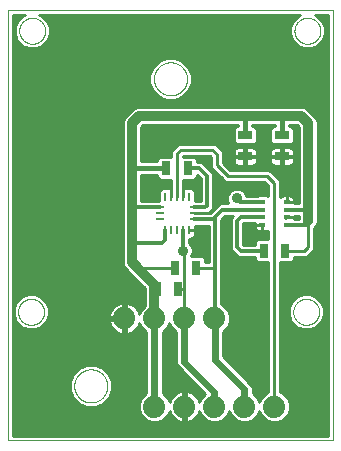
<source format=gtl>
G75*
%MOIN*%
%OFA0B0*%
%FSLAX25Y25*%
%IPPOS*%
%LPD*%
%AMOC8*
5,1,8,0,0,1.08239X$1,22.5*
%
%ADD10C,0.00000*%
%ADD11R,0.04724X0.03150*%
%ADD12C,0.07400*%
%ADD13R,0.03150X0.04724*%
%ADD14R,0.01969X0.01378*%
%ADD15R,0.01102X0.02756*%
%ADD16R,0.02756X0.01102*%
%ADD17C,0.01200*%
%ADD18C,0.02400*%
%ADD19C,0.03562*%
%ADD20C,0.01000*%
%ADD21C,0.03200*%
%ADD22C,0.01600*%
D10*
X0022861Y0024554D02*
X0022861Y0167861D01*
X0131129Y0167861D01*
X0131129Y0024554D01*
X0022861Y0024554D01*
X0044908Y0042664D02*
X0044910Y0042812D01*
X0044916Y0042960D01*
X0044926Y0043108D01*
X0044940Y0043255D01*
X0044958Y0043402D01*
X0044979Y0043548D01*
X0045005Y0043694D01*
X0045035Y0043839D01*
X0045068Y0043983D01*
X0045106Y0044126D01*
X0045147Y0044268D01*
X0045192Y0044409D01*
X0045240Y0044549D01*
X0045293Y0044688D01*
X0045349Y0044825D01*
X0045409Y0044960D01*
X0045472Y0045094D01*
X0045539Y0045226D01*
X0045610Y0045356D01*
X0045684Y0045484D01*
X0045761Y0045610D01*
X0045842Y0045734D01*
X0045926Y0045856D01*
X0046013Y0045975D01*
X0046104Y0046092D01*
X0046198Y0046207D01*
X0046294Y0046319D01*
X0046394Y0046429D01*
X0046496Y0046535D01*
X0046602Y0046639D01*
X0046710Y0046740D01*
X0046821Y0046838D01*
X0046934Y0046934D01*
X0047050Y0047026D01*
X0047168Y0047115D01*
X0047289Y0047200D01*
X0047412Y0047283D01*
X0047537Y0047362D01*
X0047664Y0047438D01*
X0047793Y0047510D01*
X0047924Y0047579D01*
X0048057Y0047644D01*
X0048192Y0047705D01*
X0048328Y0047763D01*
X0048465Y0047818D01*
X0048604Y0047868D01*
X0048745Y0047915D01*
X0048886Y0047958D01*
X0049029Y0047998D01*
X0049173Y0048033D01*
X0049317Y0048065D01*
X0049463Y0048092D01*
X0049609Y0048116D01*
X0049756Y0048136D01*
X0049903Y0048152D01*
X0050050Y0048164D01*
X0050198Y0048172D01*
X0050346Y0048176D01*
X0050494Y0048176D01*
X0050642Y0048172D01*
X0050790Y0048164D01*
X0050937Y0048152D01*
X0051084Y0048136D01*
X0051231Y0048116D01*
X0051377Y0048092D01*
X0051523Y0048065D01*
X0051667Y0048033D01*
X0051811Y0047998D01*
X0051954Y0047958D01*
X0052095Y0047915D01*
X0052236Y0047868D01*
X0052375Y0047818D01*
X0052512Y0047763D01*
X0052648Y0047705D01*
X0052783Y0047644D01*
X0052916Y0047579D01*
X0053047Y0047510D01*
X0053176Y0047438D01*
X0053303Y0047362D01*
X0053428Y0047283D01*
X0053551Y0047200D01*
X0053672Y0047115D01*
X0053790Y0047026D01*
X0053906Y0046934D01*
X0054019Y0046838D01*
X0054130Y0046740D01*
X0054238Y0046639D01*
X0054344Y0046535D01*
X0054446Y0046429D01*
X0054546Y0046319D01*
X0054642Y0046207D01*
X0054736Y0046092D01*
X0054827Y0045975D01*
X0054914Y0045856D01*
X0054998Y0045734D01*
X0055079Y0045610D01*
X0055156Y0045484D01*
X0055230Y0045356D01*
X0055301Y0045226D01*
X0055368Y0045094D01*
X0055431Y0044960D01*
X0055491Y0044825D01*
X0055547Y0044688D01*
X0055600Y0044549D01*
X0055648Y0044409D01*
X0055693Y0044268D01*
X0055734Y0044126D01*
X0055772Y0043983D01*
X0055805Y0043839D01*
X0055835Y0043694D01*
X0055861Y0043548D01*
X0055882Y0043402D01*
X0055900Y0043255D01*
X0055914Y0043108D01*
X0055924Y0042960D01*
X0055930Y0042812D01*
X0055932Y0042664D01*
X0055930Y0042516D01*
X0055924Y0042368D01*
X0055914Y0042220D01*
X0055900Y0042073D01*
X0055882Y0041926D01*
X0055861Y0041780D01*
X0055835Y0041634D01*
X0055805Y0041489D01*
X0055772Y0041345D01*
X0055734Y0041202D01*
X0055693Y0041060D01*
X0055648Y0040919D01*
X0055600Y0040779D01*
X0055547Y0040640D01*
X0055491Y0040503D01*
X0055431Y0040368D01*
X0055368Y0040234D01*
X0055301Y0040102D01*
X0055230Y0039972D01*
X0055156Y0039844D01*
X0055079Y0039718D01*
X0054998Y0039594D01*
X0054914Y0039472D01*
X0054827Y0039353D01*
X0054736Y0039236D01*
X0054642Y0039121D01*
X0054546Y0039009D01*
X0054446Y0038899D01*
X0054344Y0038793D01*
X0054238Y0038689D01*
X0054130Y0038588D01*
X0054019Y0038490D01*
X0053906Y0038394D01*
X0053790Y0038302D01*
X0053672Y0038213D01*
X0053551Y0038128D01*
X0053428Y0038045D01*
X0053303Y0037966D01*
X0053176Y0037890D01*
X0053047Y0037818D01*
X0052916Y0037749D01*
X0052783Y0037684D01*
X0052648Y0037623D01*
X0052512Y0037565D01*
X0052375Y0037510D01*
X0052236Y0037460D01*
X0052095Y0037413D01*
X0051954Y0037370D01*
X0051811Y0037330D01*
X0051667Y0037295D01*
X0051523Y0037263D01*
X0051377Y0037236D01*
X0051231Y0037212D01*
X0051084Y0037192D01*
X0050937Y0037176D01*
X0050790Y0037164D01*
X0050642Y0037156D01*
X0050494Y0037152D01*
X0050346Y0037152D01*
X0050198Y0037156D01*
X0050050Y0037164D01*
X0049903Y0037176D01*
X0049756Y0037192D01*
X0049609Y0037212D01*
X0049463Y0037236D01*
X0049317Y0037263D01*
X0049173Y0037295D01*
X0049029Y0037330D01*
X0048886Y0037370D01*
X0048745Y0037413D01*
X0048604Y0037460D01*
X0048465Y0037510D01*
X0048328Y0037565D01*
X0048192Y0037623D01*
X0048057Y0037684D01*
X0047924Y0037749D01*
X0047793Y0037818D01*
X0047664Y0037890D01*
X0047537Y0037966D01*
X0047412Y0038045D01*
X0047289Y0038128D01*
X0047168Y0038213D01*
X0047050Y0038302D01*
X0046934Y0038394D01*
X0046821Y0038490D01*
X0046710Y0038588D01*
X0046602Y0038689D01*
X0046496Y0038793D01*
X0046394Y0038899D01*
X0046294Y0039009D01*
X0046198Y0039121D01*
X0046104Y0039236D01*
X0046013Y0039353D01*
X0045926Y0039472D01*
X0045842Y0039594D01*
X0045761Y0039718D01*
X0045684Y0039844D01*
X0045610Y0039972D01*
X0045539Y0040102D01*
X0045472Y0040234D01*
X0045409Y0040368D01*
X0045349Y0040503D01*
X0045293Y0040640D01*
X0045240Y0040779D01*
X0045192Y0040919D01*
X0045147Y0041060D01*
X0045106Y0041202D01*
X0045068Y0041345D01*
X0045035Y0041489D01*
X0045005Y0041634D01*
X0044979Y0041780D01*
X0044958Y0041926D01*
X0044940Y0042073D01*
X0044926Y0042220D01*
X0044916Y0042368D01*
X0044910Y0042516D01*
X0044908Y0042664D01*
X0026178Y0067339D02*
X0026180Y0067470D01*
X0026186Y0067602D01*
X0026196Y0067733D01*
X0026210Y0067864D01*
X0026228Y0067994D01*
X0026250Y0068123D01*
X0026275Y0068252D01*
X0026305Y0068380D01*
X0026339Y0068507D01*
X0026376Y0068634D01*
X0026417Y0068758D01*
X0026462Y0068882D01*
X0026511Y0069004D01*
X0026563Y0069125D01*
X0026619Y0069243D01*
X0026679Y0069361D01*
X0026742Y0069476D01*
X0026809Y0069589D01*
X0026879Y0069701D01*
X0026952Y0069810D01*
X0027028Y0069916D01*
X0027108Y0070021D01*
X0027191Y0070123D01*
X0027277Y0070222D01*
X0027366Y0070319D01*
X0027458Y0070413D01*
X0027553Y0070504D01*
X0027650Y0070593D01*
X0027750Y0070678D01*
X0027853Y0070760D01*
X0027958Y0070839D01*
X0028065Y0070915D01*
X0028175Y0070987D01*
X0028287Y0071056D01*
X0028401Y0071122D01*
X0028516Y0071184D01*
X0028634Y0071243D01*
X0028753Y0071298D01*
X0028874Y0071350D01*
X0028997Y0071397D01*
X0029121Y0071441D01*
X0029246Y0071482D01*
X0029372Y0071518D01*
X0029500Y0071551D01*
X0029628Y0071579D01*
X0029757Y0071604D01*
X0029887Y0071625D01*
X0030017Y0071642D01*
X0030148Y0071655D01*
X0030279Y0071664D01*
X0030410Y0071669D01*
X0030542Y0071670D01*
X0030673Y0071667D01*
X0030805Y0071660D01*
X0030936Y0071649D01*
X0031066Y0071634D01*
X0031196Y0071615D01*
X0031326Y0071592D01*
X0031454Y0071566D01*
X0031582Y0071535D01*
X0031709Y0071500D01*
X0031835Y0071462D01*
X0031959Y0071420D01*
X0032083Y0071374D01*
X0032204Y0071324D01*
X0032324Y0071271D01*
X0032443Y0071214D01*
X0032560Y0071154D01*
X0032674Y0071090D01*
X0032787Y0071022D01*
X0032898Y0070951D01*
X0033007Y0070877D01*
X0033113Y0070800D01*
X0033217Y0070719D01*
X0033318Y0070636D01*
X0033417Y0070549D01*
X0033513Y0070459D01*
X0033606Y0070366D01*
X0033697Y0070271D01*
X0033784Y0070173D01*
X0033869Y0070072D01*
X0033950Y0069969D01*
X0034028Y0069863D01*
X0034103Y0069755D01*
X0034175Y0069645D01*
X0034243Y0069533D01*
X0034308Y0069419D01*
X0034369Y0069302D01*
X0034427Y0069184D01*
X0034481Y0069064D01*
X0034532Y0068943D01*
X0034579Y0068820D01*
X0034622Y0068696D01*
X0034661Y0068571D01*
X0034697Y0068444D01*
X0034728Y0068316D01*
X0034756Y0068188D01*
X0034780Y0068059D01*
X0034800Y0067929D01*
X0034816Y0067798D01*
X0034828Y0067667D01*
X0034836Y0067536D01*
X0034840Y0067405D01*
X0034840Y0067273D01*
X0034836Y0067142D01*
X0034828Y0067011D01*
X0034816Y0066880D01*
X0034800Y0066749D01*
X0034780Y0066619D01*
X0034756Y0066490D01*
X0034728Y0066362D01*
X0034697Y0066234D01*
X0034661Y0066107D01*
X0034622Y0065982D01*
X0034579Y0065858D01*
X0034532Y0065735D01*
X0034481Y0065614D01*
X0034427Y0065494D01*
X0034369Y0065376D01*
X0034308Y0065259D01*
X0034243Y0065145D01*
X0034175Y0065033D01*
X0034103Y0064923D01*
X0034028Y0064815D01*
X0033950Y0064709D01*
X0033869Y0064606D01*
X0033784Y0064505D01*
X0033697Y0064407D01*
X0033606Y0064312D01*
X0033513Y0064219D01*
X0033417Y0064129D01*
X0033318Y0064042D01*
X0033217Y0063959D01*
X0033113Y0063878D01*
X0033007Y0063801D01*
X0032898Y0063727D01*
X0032787Y0063656D01*
X0032675Y0063588D01*
X0032560Y0063524D01*
X0032443Y0063464D01*
X0032324Y0063407D01*
X0032204Y0063354D01*
X0032083Y0063304D01*
X0031959Y0063258D01*
X0031835Y0063216D01*
X0031709Y0063178D01*
X0031582Y0063143D01*
X0031454Y0063112D01*
X0031326Y0063086D01*
X0031196Y0063063D01*
X0031066Y0063044D01*
X0030936Y0063029D01*
X0030805Y0063018D01*
X0030673Y0063011D01*
X0030542Y0063008D01*
X0030410Y0063009D01*
X0030279Y0063014D01*
X0030148Y0063023D01*
X0030017Y0063036D01*
X0029887Y0063053D01*
X0029757Y0063074D01*
X0029628Y0063099D01*
X0029500Y0063127D01*
X0029372Y0063160D01*
X0029246Y0063196D01*
X0029121Y0063237D01*
X0028997Y0063281D01*
X0028874Y0063328D01*
X0028753Y0063380D01*
X0028634Y0063435D01*
X0028516Y0063494D01*
X0028401Y0063556D01*
X0028287Y0063622D01*
X0028175Y0063691D01*
X0028065Y0063763D01*
X0027958Y0063839D01*
X0027853Y0063918D01*
X0027750Y0064000D01*
X0027650Y0064085D01*
X0027553Y0064174D01*
X0027458Y0064265D01*
X0027366Y0064359D01*
X0027277Y0064456D01*
X0027191Y0064555D01*
X0027108Y0064657D01*
X0027028Y0064762D01*
X0026952Y0064868D01*
X0026879Y0064977D01*
X0026809Y0065089D01*
X0026742Y0065202D01*
X0026679Y0065317D01*
X0026619Y0065435D01*
X0026563Y0065553D01*
X0026511Y0065674D01*
X0026462Y0065796D01*
X0026417Y0065920D01*
X0026376Y0066044D01*
X0026339Y0066171D01*
X0026305Y0066298D01*
X0026275Y0066426D01*
X0026250Y0066555D01*
X0026228Y0066684D01*
X0026210Y0066814D01*
X0026196Y0066945D01*
X0026186Y0067076D01*
X0026180Y0067208D01*
X0026178Y0067339D01*
X0071483Y0145026D02*
X0071485Y0145174D01*
X0071491Y0145322D01*
X0071501Y0145470D01*
X0071515Y0145617D01*
X0071533Y0145764D01*
X0071554Y0145910D01*
X0071580Y0146056D01*
X0071610Y0146201D01*
X0071643Y0146345D01*
X0071681Y0146488D01*
X0071722Y0146630D01*
X0071767Y0146771D01*
X0071815Y0146911D01*
X0071868Y0147050D01*
X0071924Y0147187D01*
X0071984Y0147322D01*
X0072047Y0147456D01*
X0072114Y0147588D01*
X0072185Y0147718D01*
X0072259Y0147846D01*
X0072336Y0147972D01*
X0072417Y0148096D01*
X0072501Y0148218D01*
X0072588Y0148337D01*
X0072679Y0148454D01*
X0072773Y0148569D01*
X0072869Y0148681D01*
X0072969Y0148791D01*
X0073071Y0148897D01*
X0073177Y0149001D01*
X0073285Y0149102D01*
X0073396Y0149200D01*
X0073509Y0149296D01*
X0073625Y0149388D01*
X0073743Y0149477D01*
X0073864Y0149562D01*
X0073987Y0149645D01*
X0074112Y0149724D01*
X0074239Y0149800D01*
X0074368Y0149872D01*
X0074499Y0149941D01*
X0074632Y0150006D01*
X0074767Y0150067D01*
X0074903Y0150125D01*
X0075040Y0150180D01*
X0075179Y0150230D01*
X0075320Y0150277D01*
X0075461Y0150320D01*
X0075604Y0150360D01*
X0075748Y0150395D01*
X0075892Y0150427D01*
X0076038Y0150454D01*
X0076184Y0150478D01*
X0076331Y0150498D01*
X0076478Y0150514D01*
X0076625Y0150526D01*
X0076773Y0150534D01*
X0076921Y0150538D01*
X0077069Y0150538D01*
X0077217Y0150534D01*
X0077365Y0150526D01*
X0077512Y0150514D01*
X0077659Y0150498D01*
X0077806Y0150478D01*
X0077952Y0150454D01*
X0078098Y0150427D01*
X0078242Y0150395D01*
X0078386Y0150360D01*
X0078529Y0150320D01*
X0078670Y0150277D01*
X0078811Y0150230D01*
X0078950Y0150180D01*
X0079087Y0150125D01*
X0079223Y0150067D01*
X0079358Y0150006D01*
X0079491Y0149941D01*
X0079622Y0149872D01*
X0079751Y0149800D01*
X0079878Y0149724D01*
X0080003Y0149645D01*
X0080126Y0149562D01*
X0080247Y0149477D01*
X0080365Y0149388D01*
X0080481Y0149296D01*
X0080594Y0149200D01*
X0080705Y0149102D01*
X0080813Y0149001D01*
X0080919Y0148897D01*
X0081021Y0148791D01*
X0081121Y0148681D01*
X0081217Y0148569D01*
X0081311Y0148454D01*
X0081402Y0148337D01*
X0081489Y0148218D01*
X0081573Y0148096D01*
X0081654Y0147972D01*
X0081731Y0147846D01*
X0081805Y0147718D01*
X0081876Y0147588D01*
X0081943Y0147456D01*
X0082006Y0147322D01*
X0082066Y0147187D01*
X0082122Y0147050D01*
X0082175Y0146911D01*
X0082223Y0146771D01*
X0082268Y0146630D01*
X0082309Y0146488D01*
X0082347Y0146345D01*
X0082380Y0146201D01*
X0082410Y0146056D01*
X0082436Y0145910D01*
X0082457Y0145764D01*
X0082475Y0145617D01*
X0082489Y0145470D01*
X0082499Y0145322D01*
X0082505Y0145174D01*
X0082507Y0145026D01*
X0082505Y0144878D01*
X0082499Y0144730D01*
X0082489Y0144582D01*
X0082475Y0144435D01*
X0082457Y0144288D01*
X0082436Y0144142D01*
X0082410Y0143996D01*
X0082380Y0143851D01*
X0082347Y0143707D01*
X0082309Y0143564D01*
X0082268Y0143422D01*
X0082223Y0143281D01*
X0082175Y0143141D01*
X0082122Y0143002D01*
X0082066Y0142865D01*
X0082006Y0142730D01*
X0081943Y0142596D01*
X0081876Y0142464D01*
X0081805Y0142334D01*
X0081731Y0142206D01*
X0081654Y0142080D01*
X0081573Y0141956D01*
X0081489Y0141834D01*
X0081402Y0141715D01*
X0081311Y0141598D01*
X0081217Y0141483D01*
X0081121Y0141371D01*
X0081021Y0141261D01*
X0080919Y0141155D01*
X0080813Y0141051D01*
X0080705Y0140950D01*
X0080594Y0140852D01*
X0080481Y0140756D01*
X0080365Y0140664D01*
X0080247Y0140575D01*
X0080126Y0140490D01*
X0080003Y0140407D01*
X0079878Y0140328D01*
X0079751Y0140252D01*
X0079622Y0140180D01*
X0079491Y0140111D01*
X0079358Y0140046D01*
X0079223Y0139985D01*
X0079087Y0139927D01*
X0078950Y0139872D01*
X0078811Y0139822D01*
X0078670Y0139775D01*
X0078529Y0139732D01*
X0078386Y0139692D01*
X0078242Y0139657D01*
X0078098Y0139625D01*
X0077952Y0139598D01*
X0077806Y0139574D01*
X0077659Y0139554D01*
X0077512Y0139538D01*
X0077365Y0139526D01*
X0077217Y0139518D01*
X0077069Y0139514D01*
X0076921Y0139514D01*
X0076773Y0139518D01*
X0076625Y0139526D01*
X0076478Y0139538D01*
X0076331Y0139554D01*
X0076184Y0139574D01*
X0076038Y0139598D01*
X0075892Y0139625D01*
X0075748Y0139657D01*
X0075604Y0139692D01*
X0075461Y0139732D01*
X0075320Y0139775D01*
X0075179Y0139822D01*
X0075040Y0139872D01*
X0074903Y0139927D01*
X0074767Y0139985D01*
X0074632Y0140046D01*
X0074499Y0140111D01*
X0074368Y0140180D01*
X0074239Y0140252D01*
X0074112Y0140328D01*
X0073987Y0140407D01*
X0073864Y0140490D01*
X0073743Y0140575D01*
X0073625Y0140664D01*
X0073509Y0140756D01*
X0073396Y0140852D01*
X0073285Y0140950D01*
X0073177Y0141051D01*
X0073071Y0141155D01*
X0072969Y0141261D01*
X0072869Y0141371D01*
X0072773Y0141483D01*
X0072679Y0141598D01*
X0072588Y0141715D01*
X0072501Y0141834D01*
X0072417Y0141956D01*
X0072336Y0142080D01*
X0072259Y0142206D01*
X0072185Y0142334D01*
X0072114Y0142464D01*
X0072047Y0142596D01*
X0071984Y0142730D01*
X0071924Y0142865D01*
X0071868Y0143002D01*
X0071815Y0143141D01*
X0071767Y0143281D01*
X0071722Y0143422D01*
X0071681Y0143564D01*
X0071643Y0143707D01*
X0071610Y0143851D01*
X0071580Y0143996D01*
X0071554Y0144142D01*
X0071533Y0144288D01*
X0071515Y0144435D01*
X0071501Y0144582D01*
X0071491Y0144730D01*
X0071485Y0144878D01*
X0071483Y0145026D01*
X0026571Y0161040D02*
X0026573Y0161171D01*
X0026579Y0161303D01*
X0026589Y0161434D01*
X0026603Y0161565D01*
X0026621Y0161695D01*
X0026643Y0161824D01*
X0026668Y0161953D01*
X0026698Y0162081D01*
X0026732Y0162208D01*
X0026769Y0162335D01*
X0026810Y0162459D01*
X0026855Y0162583D01*
X0026904Y0162705D01*
X0026956Y0162826D01*
X0027012Y0162944D01*
X0027072Y0163062D01*
X0027135Y0163177D01*
X0027202Y0163290D01*
X0027272Y0163402D01*
X0027345Y0163511D01*
X0027421Y0163617D01*
X0027501Y0163722D01*
X0027584Y0163824D01*
X0027670Y0163923D01*
X0027759Y0164020D01*
X0027851Y0164114D01*
X0027946Y0164205D01*
X0028043Y0164294D01*
X0028143Y0164379D01*
X0028246Y0164461D01*
X0028351Y0164540D01*
X0028458Y0164616D01*
X0028568Y0164688D01*
X0028680Y0164757D01*
X0028794Y0164823D01*
X0028909Y0164885D01*
X0029027Y0164944D01*
X0029146Y0164999D01*
X0029267Y0165051D01*
X0029390Y0165098D01*
X0029514Y0165142D01*
X0029639Y0165183D01*
X0029765Y0165219D01*
X0029893Y0165252D01*
X0030021Y0165280D01*
X0030150Y0165305D01*
X0030280Y0165326D01*
X0030410Y0165343D01*
X0030541Y0165356D01*
X0030672Y0165365D01*
X0030803Y0165370D01*
X0030935Y0165371D01*
X0031066Y0165368D01*
X0031198Y0165361D01*
X0031329Y0165350D01*
X0031459Y0165335D01*
X0031589Y0165316D01*
X0031719Y0165293D01*
X0031847Y0165267D01*
X0031975Y0165236D01*
X0032102Y0165201D01*
X0032228Y0165163D01*
X0032352Y0165121D01*
X0032476Y0165075D01*
X0032597Y0165025D01*
X0032717Y0164972D01*
X0032836Y0164915D01*
X0032953Y0164855D01*
X0033067Y0164791D01*
X0033180Y0164723D01*
X0033291Y0164652D01*
X0033400Y0164578D01*
X0033506Y0164501D01*
X0033610Y0164420D01*
X0033711Y0164337D01*
X0033810Y0164250D01*
X0033906Y0164160D01*
X0033999Y0164067D01*
X0034090Y0163972D01*
X0034177Y0163874D01*
X0034262Y0163773D01*
X0034343Y0163670D01*
X0034421Y0163564D01*
X0034496Y0163456D01*
X0034568Y0163346D01*
X0034636Y0163234D01*
X0034701Y0163120D01*
X0034762Y0163003D01*
X0034820Y0162885D01*
X0034874Y0162765D01*
X0034925Y0162644D01*
X0034972Y0162521D01*
X0035015Y0162397D01*
X0035054Y0162272D01*
X0035090Y0162145D01*
X0035121Y0162017D01*
X0035149Y0161889D01*
X0035173Y0161760D01*
X0035193Y0161630D01*
X0035209Y0161499D01*
X0035221Y0161368D01*
X0035229Y0161237D01*
X0035233Y0161106D01*
X0035233Y0160974D01*
X0035229Y0160843D01*
X0035221Y0160712D01*
X0035209Y0160581D01*
X0035193Y0160450D01*
X0035173Y0160320D01*
X0035149Y0160191D01*
X0035121Y0160063D01*
X0035090Y0159935D01*
X0035054Y0159808D01*
X0035015Y0159683D01*
X0034972Y0159559D01*
X0034925Y0159436D01*
X0034874Y0159315D01*
X0034820Y0159195D01*
X0034762Y0159077D01*
X0034701Y0158960D01*
X0034636Y0158846D01*
X0034568Y0158734D01*
X0034496Y0158624D01*
X0034421Y0158516D01*
X0034343Y0158410D01*
X0034262Y0158307D01*
X0034177Y0158206D01*
X0034090Y0158108D01*
X0033999Y0158013D01*
X0033906Y0157920D01*
X0033810Y0157830D01*
X0033711Y0157743D01*
X0033610Y0157660D01*
X0033506Y0157579D01*
X0033400Y0157502D01*
X0033291Y0157428D01*
X0033180Y0157357D01*
X0033068Y0157289D01*
X0032953Y0157225D01*
X0032836Y0157165D01*
X0032717Y0157108D01*
X0032597Y0157055D01*
X0032476Y0157005D01*
X0032352Y0156959D01*
X0032228Y0156917D01*
X0032102Y0156879D01*
X0031975Y0156844D01*
X0031847Y0156813D01*
X0031719Y0156787D01*
X0031589Y0156764D01*
X0031459Y0156745D01*
X0031329Y0156730D01*
X0031198Y0156719D01*
X0031066Y0156712D01*
X0030935Y0156709D01*
X0030803Y0156710D01*
X0030672Y0156715D01*
X0030541Y0156724D01*
X0030410Y0156737D01*
X0030280Y0156754D01*
X0030150Y0156775D01*
X0030021Y0156800D01*
X0029893Y0156828D01*
X0029765Y0156861D01*
X0029639Y0156897D01*
X0029514Y0156938D01*
X0029390Y0156982D01*
X0029267Y0157029D01*
X0029146Y0157081D01*
X0029027Y0157136D01*
X0028909Y0157195D01*
X0028794Y0157257D01*
X0028680Y0157323D01*
X0028568Y0157392D01*
X0028458Y0157464D01*
X0028351Y0157540D01*
X0028246Y0157619D01*
X0028143Y0157701D01*
X0028043Y0157786D01*
X0027946Y0157875D01*
X0027851Y0157966D01*
X0027759Y0158060D01*
X0027670Y0158157D01*
X0027584Y0158256D01*
X0027501Y0158358D01*
X0027421Y0158463D01*
X0027345Y0158569D01*
X0027272Y0158678D01*
X0027202Y0158790D01*
X0027135Y0158903D01*
X0027072Y0159018D01*
X0027012Y0159136D01*
X0026956Y0159254D01*
X0026904Y0159375D01*
X0026855Y0159497D01*
X0026810Y0159621D01*
X0026769Y0159745D01*
X0026732Y0159872D01*
X0026698Y0159999D01*
X0026668Y0160127D01*
X0026643Y0160256D01*
X0026621Y0160385D01*
X0026603Y0160515D01*
X0026589Y0160646D01*
X0026579Y0160777D01*
X0026573Y0160909D01*
X0026571Y0161040D01*
X0118304Y0161040D02*
X0118306Y0161171D01*
X0118312Y0161303D01*
X0118322Y0161434D01*
X0118336Y0161565D01*
X0118354Y0161695D01*
X0118376Y0161824D01*
X0118401Y0161953D01*
X0118431Y0162081D01*
X0118465Y0162208D01*
X0118502Y0162335D01*
X0118543Y0162459D01*
X0118588Y0162583D01*
X0118637Y0162705D01*
X0118689Y0162826D01*
X0118745Y0162944D01*
X0118805Y0163062D01*
X0118868Y0163177D01*
X0118935Y0163290D01*
X0119005Y0163402D01*
X0119078Y0163511D01*
X0119154Y0163617D01*
X0119234Y0163722D01*
X0119317Y0163824D01*
X0119403Y0163923D01*
X0119492Y0164020D01*
X0119584Y0164114D01*
X0119679Y0164205D01*
X0119776Y0164294D01*
X0119876Y0164379D01*
X0119979Y0164461D01*
X0120084Y0164540D01*
X0120191Y0164616D01*
X0120301Y0164688D01*
X0120413Y0164757D01*
X0120527Y0164823D01*
X0120642Y0164885D01*
X0120760Y0164944D01*
X0120879Y0164999D01*
X0121000Y0165051D01*
X0121123Y0165098D01*
X0121247Y0165142D01*
X0121372Y0165183D01*
X0121498Y0165219D01*
X0121626Y0165252D01*
X0121754Y0165280D01*
X0121883Y0165305D01*
X0122013Y0165326D01*
X0122143Y0165343D01*
X0122274Y0165356D01*
X0122405Y0165365D01*
X0122536Y0165370D01*
X0122668Y0165371D01*
X0122799Y0165368D01*
X0122931Y0165361D01*
X0123062Y0165350D01*
X0123192Y0165335D01*
X0123322Y0165316D01*
X0123452Y0165293D01*
X0123580Y0165267D01*
X0123708Y0165236D01*
X0123835Y0165201D01*
X0123961Y0165163D01*
X0124085Y0165121D01*
X0124209Y0165075D01*
X0124330Y0165025D01*
X0124450Y0164972D01*
X0124569Y0164915D01*
X0124686Y0164855D01*
X0124800Y0164791D01*
X0124913Y0164723D01*
X0125024Y0164652D01*
X0125133Y0164578D01*
X0125239Y0164501D01*
X0125343Y0164420D01*
X0125444Y0164337D01*
X0125543Y0164250D01*
X0125639Y0164160D01*
X0125732Y0164067D01*
X0125823Y0163972D01*
X0125910Y0163874D01*
X0125995Y0163773D01*
X0126076Y0163670D01*
X0126154Y0163564D01*
X0126229Y0163456D01*
X0126301Y0163346D01*
X0126369Y0163234D01*
X0126434Y0163120D01*
X0126495Y0163003D01*
X0126553Y0162885D01*
X0126607Y0162765D01*
X0126658Y0162644D01*
X0126705Y0162521D01*
X0126748Y0162397D01*
X0126787Y0162272D01*
X0126823Y0162145D01*
X0126854Y0162017D01*
X0126882Y0161889D01*
X0126906Y0161760D01*
X0126926Y0161630D01*
X0126942Y0161499D01*
X0126954Y0161368D01*
X0126962Y0161237D01*
X0126966Y0161106D01*
X0126966Y0160974D01*
X0126962Y0160843D01*
X0126954Y0160712D01*
X0126942Y0160581D01*
X0126926Y0160450D01*
X0126906Y0160320D01*
X0126882Y0160191D01*
X0126854Y0160063D01*
X0126823Y0159935D01*
X0126787Y0159808D01*
X0126748Y0159683D01*
X0126705Y0159559D01*
X0126658Y0159436D01*
X0126607Y0159315D01*
X0126553Y0159195D01*
X0126495Y0159077D01*
X0126434Y0158960D01*
X0126369Y0158846D01*
X0126301Y0158734D01*
X0126229Y0158624D01*
X0126154Y0158516D01*
X0126076Y0158410D01*
X0125995Y0158307D01*
X0125910Y0158206D01*
X0125823Y0158108D01*
X0125732Y0158013D01*
X0125639Y0157920D01*
X0125543Y0157830D01*
X0125444Y0157743D01*
X0125343Y0157660D01*
X0125239Y0157579D01*
X0125133Y0157502D01*
X0125024Y0157428D01*
X0124913Y0157357D01*
X0124801Y0157289D01*
X0124686Y0157225D01*
X0124569Y0157165D01*
X0124450Y0157108D01*
X0124330Y0157055D01*
X0124209Y0157005D01*
X0124085Y0156959D01*
X0123961Y0156917D01*
X0123835Y0156879D01*
X0123708Y0156844D01*
X0123580Y0156813D01*
X0123452Y0156787D01*
X0123322Y0156764D01*
X0123192Y0156745D01*
X0123062Y0156730D01*
X0122931Y0156719D01*
X0122799Y0156712D01*
X0122668Y0156709D01*
X0122536Y0156710D01*
X0122405Y0156715D01*
X0122274Y0156724D01*
X0122143Y0156737D01*
X0122013Y0156754D01*
X0121883Y0156775D01*
X0121754Y0156800D01*
X0121626Y0156828D01*
X0121498Y0156861D01*
X0121372Y0156897D01*
X0121247Y0156938D01*
X0121123Y0156982D01*
X0121000Y0157029D01*
X0120879Y0157081D01*
X0120760Y0157136D01*
X0120642Y0157195D01*
X0120527Y0157257D01*
X0120413Y0157323D01*
X0120301Y0157392D01*
X0120191Y0157464D01*
X0120084Y0157540D01*
X0119979Y0157619D01*
X0119876Y0157701D01*
X0119776Y0157786D01*
X0119679Y0157875D01*
X0119584Y0157966D01*
X0119492Y0158060D01*
X0119403Y0158157D01*
X0119317Y0158256D01*
X0119234Y0158358D01*
X0119154Y0158463D01*
X0119078Y0158569D01*
X0119005Y0158678D01*
X0118935Y0158790D01*
X0118868Y0158903D01*
X0118805Y0159018D01*
X0118745Y0159136D01*
X0118689Y0159254D01*
X0118637Y0159375D01*
X0118588Y0159497D01*
X0118543Y0159621D01*
X0118502Y0159745D01*
X0118465Y0159872D01*
X0118431Y0159999D01*
X0118401Y0160127D01*
X0118376Y0160256D01*
X0118354Y0160385D01*
X0118336Y0160515D01*
X0118322Y0160646D01*
X0118312Y0160777D01*
X0118306Y0160909D01*
X0118304Y0161040D01*
X0117910Y0067339D02*
X0117912Y0067470D01*
X0117918Y0067602D01*
X0117928Y0067733D01*
X0117942Y0067864D01*
X0117960Y0067994D01*
X0117982Y0068123D01*
X0118007Y0068252D01*
X0118037Y0068380D01*
X0118071Y0068507D01*
X0118108Y0068634D01*
X0118149Y0068758D01*
X0118194Y0068882D01*
X0118243Y0069004D01*
X0118295Y0069125D01*
X0118351Y0069243D01*
X0118411Y0069361D01*
X0118474Y0069476D01*
X0118541Y0069589D01*
X0118611Y0069701D01*
X0118684Y0069810D01*
X0118760Y0069916D01*
X0118840Y0070021D01*
X0118923Y0070123D01*
X0119009Y0070222D01*
X0119098Y0070319D01*
X0119190Y0070413D01*
X0119285Y0070504D01*
X0119382Y0070593D01*
X0119482Y0070678D01*
X0119585Y0070760D01*
X0119690Y0070839D01*
X0119797Y0070915D01*
X0119907Y0070987D01*
X0120019Y0071056D01*
X0120133Y0071122D01*
X0120248Y0071184D01*
X0120366Y0071243D01*
X0120485Y0071298D01*
X0120606Y0071350D01*
X0120729Y0071397D01*
X0120853Y0071441D01*
X0120978Y0071482D01*
X0121104Y0071518D01*
X0121232Y0071551D01*
X0121360Y0071579D01*
X0121489Y0071604D01*
X0121619Y0071625D01*
X0121749Y0071642D01*
X0121880Y0071655D01*
X0122011Y0071664D01*
X0122142Y0071669D01*
X0122274Y0071670D01*
X0122405Y0071667D01*
X0122537Y0071660D01*
X0122668Y0071649D01*
X0122798Y0071634D01*
X0122928Y0071615D01*
X0123058Y0071592D01*
X0123186Y0071566D01*
X0123314Y0071535D01*
X0123441Y0071500D01*
X0123567Y0071462D01*
X0123691Y0071420D01*
X0123815Y0071374D01*
X0123936Y0071324D01*
X0124056Y0071271D01*
X0124175Y0071214D01*
X0124292Y0071154D01*
X0124406Y0071090D01*
X0124519Y0071022D01*
X0124630Y0070951D01*
X0124739Y0070877D01*
X0124845Y0070800D01*
X0124949Y0070719D01*
X0125050Y0070636D01*
X0125149Y0070549D01*
X0125245Y0070459D01*
X0125338Y0070366D01*
X0125429Y0070271D01*
X0125516Y0070173D01*
X0125601Y0070072D01*
X0125682Y0069969D01*
X0125760Y0069863D01*
X0125835Y0069755D01*
X0125907Y0069645D01*
X0125975Y0069533D01*
X0126040Y0069419D01*
X0126101Y0069302D01*
X0126159Y0069184D01*
X0126213Y0069064D01*
X0126264Y0068943D01*
X0126311Y0068820D01*
X0126354Y0068696D01*
X0126393Y0068571D01*
X0126429Y0068444D01*
X0126460Y0068316D01*
X0126488Y0068188D01*
X0126512Y0068059D01*
X0126532Y0067929D01*
X0126548Y0067798D01*
X0126560Y0067667D01*
X0126568Y0067536D01*
X0126572Y0067405D01*
X0126572Y0067273D01*
X0126568Y0067142D01*
X0126560Y0067011D01*
X0126548Y0066880D01*
X0126532Y0066749D01*
X0126512Y0066619D01*
X0126488Y0066490D01*
X0126460Y0066362D01*
X0126429Y0066234D01*
X0126393Y0066107D01*
X0126354Y0065982D01*
X0126311Y0065858D01*
X0126264Y0065735D01*
X0126213Y0065614D01*
X0126159Y0065494D01*
X0126101Y0065376D01*
X0126040Y0065259D01*
X0125975Y0065145D01*
X0125907Y0065033D01*
X0125835Y0064923D01*
X0125760Y0064815D01*
X0125682Y0064709D01*
X0125601Y0064606D01*
X0125516Y0064505D01*
X0125429Y0064407D01*
X0125338Y0064312D01*
X0125245Y0064219D01*
X0125149Y0064129D01*
X0125050Y0064042D01*
X0124949Y0063959D01*
X0124845Y0063878D01*
X0124739Y0063801D01*
X0124630Y0063727D01*
X0124519Y0063656D01*
X0124407Y0063588D01*
X0124292Y0063524D01*
X0124175Y0063464D01*
X0124056Y0063407D01*
X0123936Y0063354D01*
X0123815Y0063304D01*
X0123691Y0063258D01*
X0123567Y0063216D01*
X0123441Y0063178D01*
X0123314Y0063143D01*
X0123186Y0063112D01*
X0123058Y0063086D01*
X0122928Y0063063D01*
X0122798Y0063044D01*
X0122668Y0063029D01*
X0122537Y0063018D01*
X0122405Y0063011D01*
X0122274Y0063008D01*
X0122142Y0063009D01*
X0122011Y0063014D01*
X0121880Y0063023D01*
X0121749Y0063036D01*
X0121619Y0063053D01*
X0121489Y0063074D01*
X0121360Y0063099D01*
X0121232Y0063127D01*
X0121104Y0063160D01*
X0120978Y0063196D01*
X0120853Y0063237D01*
X0120729Y0063281D01*
X0120606Y0063328D01*
X0120485Y0063380D01*
X0120366Y0063435D01*
X0120248Y0063494D01*
X0120133Y0063556D01*
X0120019Y0063622D01*
X0119907Y0063691D01*
X0119797Y0063763D01*
X0119690Y0063839D01*
X0119585Y0063918D01*
X0119482Y0064000D01*
X0119382Y0064085D01*
X0119285Y0064174D01*
X0119190Y0064265D01*
X0119098Y0064359D01*
X0119009Y0064456D01*
X0118923Y0064555D01*
X0118840Y0064657D01*
X0118760Y0064762D01*
X0118684Y0064868D01*
X0118611Y0064977D01*
X0118541Y0065089D01*
X0118474Y0065202D01*
X0118411Y0065317D01*
X0118351Y0065435D01*
X0118295Y0065553D01*
X0118243Y0065674D01*
X0118194Y0065796D01*
X0118149Y0065920D01*
X0118108Y0066044D01*
X0118071Y0066171D01*
X0118037Y0066298D01*
X0118007Y0066426D01*
X0117982Y0066555D01*
X0117960Y0066684D01*
X0117942Y0066814D01*
X0117928Y0066945D01*
X0117918Y0067076D01*
X0117912Y0067208D01*
X0117910Y0067339D01*
D11*
X0114140Y0119140D03*
X0114140Y0126227D03*
X0101896Y0126227D03*
X0101896Y0119140D03*
D12*
X0091640Y0065184D03*
X0081640Y0065184D03*
X0071640Y0065184D03*
X0061640Y0065184D03*
X0071640Y0035784D03*
X0081640Y0035784D03*
X0091640Y0035784D03*
X0101640Y0035784D03*
X0111640Y0035784D03*
D13*
X0079584Y0074884D03*
X0072497Y0074884D03*
X0078397Y0082134D03*
X0085484Y0082134D03*
X0108097Y0087684D03*
X0115184Y0087684D03*
X0082684Y0115184D03*
X0075597Y0115184D03*
D14*
X0107605Y0104022D03*
X0107605Y0101463D03*
X0107605Y0098904D03*
X0107605Y0096345D03*
X0115676Y0096345D03*
X0115676Y0098904D03*
X0115676Y0101463D03*
X0115676Y0104022D03*
D15*
X0083077Y0105696D03*
X0081109Y0105696D03*
X0079140Y0105696D03*
X0077172Y0105696D03*
X0075203Y0105696D03*
X0075203Y0094672D03*
X0077172Y0094672D03*
X0079140Y0094672D03*
X0081109Y0094672D03*
X0083077Y0094672D03*
D16*
X0084652Y0098215D03*
X0084652Y0100184D03*
X0084652Y0102152D03*
X0073629Y0102152D03*
X0073629Y0100184D03*
X0073629Y0098215D03*
D17*
X0075203Y0094672D02*
X0075203Y0091247D01*
X0074140Y0090184D01*
X0064140Y0090184D01*
X0064140Y0097388D02*
X0063973Y0097555D01*
X0064672Y0102152D02*
X0064140Y0102684D01*
X0064672Y0102152D02*
X0073629Y0102152D01*
X0081040Y0094672D02*
X0081040Y0087684D01*
X0081109Y0094672D02*
X0081040Y0094672D01*
X0084652Y0098215D02*
X0091309Y0098215D01*
X0091840Y0097684D01*
X0091840Y0098984D01*
X0094240Y0101384D01*
X0107525Y0101384D01*
X0107605Y0101463D01*
X0107605Y0098904D02*
X0100361Y0098904D01*
X0099140Y0097684D01*
X0099140Y0088934D01*
X0100390Y0087684D01*
X0108097Y0087684D01*
X0115676Y0096345D02*
X0121552Y0096345D01*
X0122890Y0097684D01*
X0122890Y0096345D02*
X0121552Y0096345D01*
X0121670Y0101463D02*
X0122890Y0102684D01*
X0121670Y0101463D02*
X0115676Y0101463D01*
X0115676Y0098904D02*
X0115555Y0098784D01*
X0107605Y0104022D02*
X0100302Y0104022D01*
X0099140Y0105184D01*
X0091840Y0097684D02*
X0091840Y0082684D01*
X0091840Y0065384D01*
X0091640Y0065184D01*
X0088609Y0102152D02*
X0084652Y0102152D01*
X0088609Y0102152D02*
X0089140Y0102684D01*
X0089140Y0112684D01*
X0086640Y0115184D01*
X0082684Y0115184D01*
D18*
X0081640Y0065184D02*
X0081640Y0050784D01*
X0091640Y0040784D01*
X0091640Y0035784D01*
X0101640Y0035784D02*
X0101640Y0041584D01*
X0091840Y0051384D01*
X0091840Y0064984D01*
X0091640Y0065184D01*
X0071640Y0065184D02*
X0071640Y0035784D01*
D19*
X0102241Y0078501D03*
X0103028Y0091493D03*
X0099140Y0105184D03*
X0107359Y0108816D03*
X0116414Y0109603D03*
X0087890Y0087684D03*
X0081040Y0087684D03*
X0085312Y0109997D03*
X0071138Y0110390D03*
D20*
X0072877Y0111846D02*
X0067240Y0111846D01*
X0067240Y0112844D02*
X0072522Y0112844D01*
X0072522Y0112884D02*
X0072522Y0112200D01*
X0073401Y0111322D01*
X0077160Y0111322D01*
X0077160Y0111209D01*
X0077140Y0111189D01*
X0077140Y0108573D01*
X0076423Y0108573D01*
X0076386Y0108563D01*
X0076376Y0108573D01*
X0074031Y0108573D01*
X0073152Y0107695D01*
X0073152Y0104252D01*
X0067240Y0104252D01*
X0067240Y0112884D01*
X0072522Y0112884D01*
X0072522Y0117484D02*
X0067240Y0117484D01*
X0067240Y0128900D01*
X0067924Y0129584D01*
X0099596Y0129584D01*
X0099596Y0129302D01*
X0098913Y0129302D01*
X0098034Y0128423D01*
X0098034Y0124031D01*
X0098913Y0123152D01*
X0104880Y0123152D01*
X0105759Y0124031D01*
X0105759Y0128423D01*
X0104880Y0129302D01*
X0104196Y0129302D01*
X0104196Y0129584D01*
X0111840Y0129584D01*
X0111840Y0129302D01*
X0111157Y0129302D01*
X0110278Y0128423D01*
X0110278Y0124031D01*
X0111157Y0123152D01*
X0117124Y0123152D01*
X0118003Y0124031D01*
X0118003Y0128423D01*
X0117124Y0129302D01*
X0116440Y0129302D01*
X0116440Y0129584D01*
X0119106Y0129584D01*
X0119790Y0128900D01*
X0119790Y0103563D01*
X0118160Y0103563D01*
X0118160Y0104022D01*
X0115676Y0104022D01*
X0115676Y0104022D01*
X0118160Y0104022D01*
X0118160Y0104909D01*
X0118058Y0105290D01*
X0117860Y0105632D01*
X0117581Y0105912D01*
X0117239Y0106109D01*
X0116858Y0106211D01*
X0115676Y0106211D01*
X0115676Y0104022D01*
X0115676Y0104022D01*
X0115676Y0106211D01*
X0114494Y0106211D01*
X0114113Y0106109D01*
X0113771Y0105912D01*
X0113491Y0105632D01*
X0113444Y0105550D01*
X0113444Y0109552D01*
X0113444Y0111209D01*
X0109910Y0114743D01*
X0096918Y0114743D01*
X0094546Y0117115D01*
X0094546Y0120658D01*
X0093374Y0121829D01*
X0091800Y0123404D01*
X0079513Y0123404D01*
X0078341Y0122233D01*
X0077160Y0121052D01*
X0077160Y0119046D01*
X0073401Y0119046D01*
X0072522Y0118167D01*
X0072522Y0117484D01*
X0072522Y0117837D02*
X0067240Y0117837D01*
X0067240Y0118835D02*
X0073190Y0118835D01*
X0077160Y0119834D02*
X0067240Y0119834D01*
X0067240Y0120832D02*
X0077160Y0120832D01*
X0077939Y0121831D02*
X0067240Y0121831D01*
X0067240Y0122829D02*
X0078938Y0122829D01*
X0080341Y0121404D02*
X0090971Y0121404D01*
X0092546Y0119829D01*
X0092546Y0116286D01*
X0096089Y0112743D01*
X0109081Y0112743D01*
X0111444Y0110381D01*
X0111444Y0035981D01*
X0111640Y0035784D01*
X0109682Y0030966D02*
X0103599Y0030966D01*
X0102675Y0030584D02*
X0104586Y0031375D01*
X0106049Y0032838D01*
X0106640Y0034267D01*
X0107232Y0032838D01*
X0108695Y0031375D01*
X0110606Y0030584D01*
X0112675Y0030584D01*
X0114586Y0031375D01*
X0116049Y0032838D01*
X0116840Y0034749D01*
X0116840Y0036818D01*
X0116049Y0038729D01*
X0114586Y0040192D01*
X0113444Y0040665D01*
X0113444Y0083822D01*
X0117380Y0083822D01*
X0118259Y0084700D01*
X0118259Y0085684D01*
X0122469Y0085684D01*
X0123719Y0086934D01*
X0124890Y0088105D01*
X0124890Y0095300D01*
X0125518Y0095928D01*
X0125990Y0097067D01*
X0125990Y0130800D01*
X0125518Y0131940D01*
X0123018Y0134440D01*
X0122146Y0135312D01*
X0121007Y0135784D01*
X0066024Y0135784D01*
X0064884Y0135312D01*
X0062384Y0132812D01*
X0061512Y0131940D01*
X0061040Y0130800D01*
X0061040Y0083317D01*
X0061512Y0082178D01*
X0062384Y0081306D01*
X0063634Y0080056D01*
X0068540Y0075150D01*
X0068540Y0069438D01*
X0067232Y0068129D01*
X0066626Y0066667D01*
X0066459Y0067180D01*
X0066088Y0067909D01*
X0065607Y0068571D01*
X0065028Y0069150D01*
X0064366Y0069631D01*
X0063637Y0070003D01*
X0062858Y0070256D01*
X0062140Y0070369D01*
X0062140Y0065684D01*
X0061140Y0065684D01*
X0061140Y0064684D01*
X0056455Y0064684D01*
X0056568Y0063966D01*
X0056821Y0063188D01*
X0057193Y0062458D01*
X0057674Y0061796D01*
X0058253Y0061217D01*
X0058915Y0060736D01*
X0059644Y0060365D01*
X0060423Y0060112D01*
X0061140Y0059998D01*
X0061140Y0064684D01*
X0062140Y0064684D01*
X0062140Y0059998D01*
X0062858Y0060112D01*
X0063637Y0060365D01*
X0064366Y0060736D01*
X0065028Y0061217D01*
X0065607Y0061796D01*
X0066088Y0062458D01*
X0066459Y0063188D01*
X0066626Y0063701D01*
X0067232Y0062238D01*
X0068695Y0060775D01*
X0068940Y0060674D01*
X0068940Y0040294D01*
X0068695Y0040192D01*
X0067232Y0038729D01*
X0066440Y0036818D01*
X0066440Y0034749D01*
X0067232Y0032838D01*
X0068695Y0031375D01*
X0070606Y0030584D01*
X0072675Y0030584D01*
X0074586Y0031375D01*
X0076049Y0032838D01*
X0076655Y0034301D01*
X0076821Y0033788D01*
X0077193Y0033058D01*
X0077674Y0032396D01*
X0078253Y0031817D01*
X0078915Y0031336D01*
X0079644Y0030965D01*
X0080423Y0030712D01*
X0081140Y0030598D01*
X0081140Y0035284D01*
X0082140Y0035284D01*
X0082140Y0030598D01*
X0082858Y0030712D01*
X0083637Y0030965D01*
X0084366Y0031336D01*
X0085028Y0031817D01*
X0085607Y0032396D01*
X0086088Y0033058D01*
X0086459Y0033788D01*
X0086626Y0034301D01*
X0087232Y0032838D01*
X0088695Y0031375D01*
X0090606Y0030584D01*
X0092675Y0030584D01*
X0094586Y0031375D01*
X0096049Y0032838D01*
X0096640Y0034267D01*
X0097232Y0032838D01*
X0098695Y0031375D01*
X0100606Y0030584D01*
X0102675Y0030584D01*
X0105175Y0031965D02*
X0108105Y0031965D01*
X0107180Y0032963D02*
X0106101Y0032963D01*
X0106514Y0033962D02*
X0106767Y0033962D01*
X0106640Y0037301D02*
X0106049Y0038729D01*
X0104586Y0040192D01*
X0104340Y0040294D01*
X0104340Y0042121D01*
X0103929Y0043113D01*
X0094540Y0052502D01*
X0094540Y0060756D01*
X0094586Y0060775D01*
X0096049Y0062238D01*
X0096840Y0064149D01*
X0096840Y0066218D01*
X0096049Y0068129D01*
X0094586Y0069592D01*
X0093940Y0069859D01*
X0093940Y0098114D01*
X0095110Y0099284D01*
X0097771Y0099284D01*
X0097040Y0098554D01*
X0097040Y0088064D01*
X0098290Y0086814D01*
X0099521Y0085584D01*
X0105022Y0085584D01*
X0105022Y0084700D01*
X0105901Y0083822D01*
X0109444Y0083822D01*
X0109444Y0040502D01*
X0108695Y0040192D01*
X0107232Y0038729D01*
X0106640Y0037301D01*
X0106369Y0037956D02*
X0106912Y0037956D01*
X0107457Y0038954D02*
X0105824Y0038954D01*
X0104825Y0039953D02*
X0108456Y0039953D01*
X0109444Y0040951D02*
X0104340Y0040951D01*
X0104340Y0041950D02*
X0109444Y0041950D01*
X0109444Y0042949D02*
X0103998Y0042949D01*
X0103095Y0043947D02*
X0109444Y0043947D01*
X0109444Y0044946D02*
X0102097Y0044946D01*
X0101098Y0045944D02*
X0109444Y0045944D01*
X0109444Y0046943D02*
X0100100Y0046943D01*
X0099101Y0047941D02*
X0109444Y0047941D01*
X0109444Y0048940D02*
X0098103Y0048940D01*
X0097104Y0049938D02*
X0109444Y0049938D01*
X0109444Y0050937D02*
X0096106Y0050937D01*
X0095107Y0051935D02*
X0109444Y0051935D01*
X0109444Y0052934D02*
X0094540Y0052934D01*
X0094540Y0053932D02*
X0109444Y0053932D01*
X0109444Y0054931D02*
X0094540Y0054931D01*
X0094540Y0055929D02*
X0109444Y0055929D01*
X0109444Y0056928D02*
X0094540Y0056928D01*
X0094540Y0057926D02*
X0109444Y0057926D01*
X0109444Y0058925D02*
X0094540Y0058925D01*
X0094540Y0059923D02*
X0109444Y0059923D01*
X0109444Y0060922D02*
X0094732Y0060922D01*
X0095731Y0061920D02*
X0109444Y0061920D01*
X0109444Y0062919D02*
X0096331Y0062919D01*
X0096744Y0063917D02*
X0109444Y0063917D01*
X0109444Y0064916D02*
X0096840Y0064916D01*
X0096840Y0065914D02*
X0109444Y0065914D01*
X0109444Y0066913D02*
X0096553Y0066913D01*
X0096139Y0067911D02*
X0109444Y0067911D01*
X0109444Y0068910D02*
X0095268Y0068910D01*
X0093940Y0069908D02*
X0109444Y0069908D01*
X0109444Y0070907D02*
X0093940Y0070907D01*
X0093940Y0071905D02*
X0109444Y0071905D01*
X0109444Y0072904D02*
X0093940Y0072904D01*
X0093940Y0073902D02*
X0109444Y0073902D01*
X0109444Y0074901D02*
X0093940Y0074901D01*
X0093940Y0075899D02*
X0109444Y0075899D01*
X0109444Y0076898D02*
X0093940Y0076898D01*
X0093940Y0077896D02*
X0109444Y0077896D01*
X0109444Y0078895D02*
X0093940Y0078895D01*
X0093940Y0079893D02*
X0109444Y0079893D01*
X0109444Y0080892D02*
X0093940Y0080892D01*
X0093940Y0081890D02*
X0109444Y0081890D01*
X0109444Y0082889D02*
X0093940Y0082889D01*
X0093940Y0083887D02*
X0105835Y0083887D01*
X0105022Y0084886D02*
X0093940Y0084886D01*
X0093940Y0085884D02*
X0099220Y0085884D01*
X0098221Y0086883D02*
X0093940Y0086883D01*
X0093940Y0087882D02*
X0097223Y0087882D01*
X0097040Y0088880D02*
X0093940Y0088880D01*
X0093940Y0089879D02*
X0097040Y0089879D01*
X0097040Y0090877D02*
X0093940Y0090877D01*
X0093940Y0091876D02*
X0097040Y0091876D01*
X0097040Y0092874D02*
X0093940Y0092874D01*
X0093940Y0093873D02*
X0097040Y0093873D01*
X0097040Y0094871D02*
X0093940Y0094871D01*
X0093940Y0095870D02*
X0097040Y0095870D01*
X0097040Y0096868D02*
X0093940Y0096868D01*
X0093940Y0097867D02*
X0097040Y0097867D01*
X0097352Y0098865D02*
X0094692Y0098865D01*
X0091748Y0101861D02*
X0091240Y0101861D01*
X0091240Y0101814D02*
X0091240Y0113554D01*
X0088740Y0116054D01*
X0087510Y0117284D01*
X0085759Y0117284D01*
X0085759Y0118167D01*
X0084880Y0119046D01*
X0081160Y0119046D01*
X0081160Y0119395D01*
X0081170Y0119404D01*
X0090143Y0119404D01*
X0090546Y0119001D01*
X0090546Y0115458D01*
X0094089Y0111914D01*
X0095261Y0110743D01*
X0108253Y0110743D01*
X0109444Y0109552D01*
X0109444Y0105978D01*
X0109211Y0106211D01*
X0105999Y0106211D01*
X0105910Y0106122D01*
X0102303Y0106122D01*
X0101922Y0107042D01*
X0100999Y0107965D01*
X0099793Y0108465D01*
X0098488Y0108465D01*
X0097282Y0107965D01*
X0096359Y0107042D01*
X0095859Y0105836D01*
X0095859Y0104531D01*
X0096293Y0103484D01*
X0093371Y0103484D01*
X0092140Y0102254D01*
X0090202Y0100315D01*
X0089742Y0100315D01*
X0090010Y0100584D01*
X0091240Y0101814D01*
X0091240Y0102859D02*
X0092746Y0102859D01*
X0091240Y0103858D02*
X0096138Y0103858D01*
X0095859Y0104856D02*
X0091240Y0104856D01*
X0091240Y0105855D02*
X0095867Y0105855D01*
X0096281Y0106853D02*
X0091240Y0106853D01*
X0091240Y0107852D02*
X0097168Y0107852D01*
X0095156Y0110847D02*
X0091240Y0110847D01*
X0091240Y0109849D02*
X0109147Y0109849D01*
X0109444Y0108850D02*
X0091240Y0108850D01*
X0091240Y0111846D02*
X0094158Y0111846D01*
X0093159Y0112844D02*
X0091240Y0112844D01*
X0090951Y0113843D02*
X0092161Y0113843D01*
X0091162Y0114841D02*
X0089953Y0114841D01*
X0090546Y0115840D02*
X0088954Y0115840D01*
X0087956Y0116838D02*
X0090546Y0116838D01*
X0090546Y0117837D02*
X0085759Y0117837D01*
X0085090Y0118835D02*
X0090546Y0118835D01*
X0093373Y0121831D02*
X0098528Y0121831D01*
X0098613Y0121916D02*
X0098334Y0121636D01*
X0098136Y0121294D01*
X0098034Y0120913D01*
X0098034Y0119428D01*
X0101609Y0119428D01*
X0101609Y0122215D01*
X0099337Y0122215D01*
X0098955Y0122113D01*
X0098613Y0121916D01*
X0098034Y0120832D02*
X0094371Y0120832D01*
X0094546Y0119834D02*
X0098034Y0119834D01*
X0098034Y0118853D02*
X0098034Y0117368D01*
X0098136Y0116987D01*
X0098334Y0116645D01*
X0098613Y0116365D01*
X0098955Y0116168D01*
X0099337Y0116066D01*
X0101609Y0116066D01*
X0101609Y0118853D01*
X0102184Y0118853D01*
X0102184Y0119428D01*
X0105759Y0119428D01*
X0105759Y0120913D01*
X0105656Y0121294D01*
X0105459Y0121636D01*
X0105180Y0121916D01*
X0104837Y0122113D01*
X0104456Y0122215D01*
X0102184Y0122215D01*
X0102184Y0119428D01*
X0101609Y0119428D01*
X0101609Y0118853D01*
X0098034Y0118853D01*
X0098034Y0118835D02*
X0094546Y0118835D01*
X0094546Y0117837D02*
X0098034Y0117837D01*
X0098222Y0116838D02*
X0094822Y0116838D01*
X0095821Y0115840D02*
X0119790Y0115840D01*
X0119790Y0116838D02*
X0117815Y0116838D01*
X0117900Y0116987D02*
X0118003Y0117368D01*
X0118003Y0118853D01*
X0114428Y0118853D01*
X0114428Y0119428D01*
X0113853Y0119428D01*
X0113853Y0122215D01*
X0111581Y0122215D01*
X0111199Y0122113D01*
X0110857Y0121916D01*
X0110578Y0121636D01*
X0110380Y0121294D01*
X0110278Y0120913D01*
X0110278Y0119428D01*
X0113853Y0119428D01*
X0113853Y0118853D01*
X0114428Y0118853D01*
X0114428Y0116066D01*
X0116700Y0116066D01*
X0117082Y0116168D01*
X0117424Y0116365D01*
X0117703Y0116645D01*
X0117900Y0116987D01*
X0118003Y0117837D02*
X0119790Y0117837D01*
X0119790Y0118835D02*
X0118003Y0118835D01*
X0118003Y0119428D02*
X0118003Y0120913D01*
X0117900Y0121294D01*
X0117703Y0121636D01*
X0117424Y0121916D01*
X0117082Y0122113D01*
X0116700Y0122215D01*
X0114428Y0122215D01*
X0114428Y0119428D01*
X0118003Y0119428D01*
X0118003Y0119834D02*
X0119790Y0119834D01*
X0119790Y0120832D02*
X0118003Y0120832D01*
X0117508Y0121831D02*
X0119790Y0121831D01*
X0119790Y0122829D02*
X0092374Y0122829D01*
X0098237Y0123828D02*
X0067240Y0123828D01*
X0067240Y0124826D02*
X0098034Y0124826D01*
X0098034Y0125825D02*
X0067240Y0125825D01*
X0067240Y0126823D02*
X0098034Y0126823D01*
X0098034Y0127822D02*
X0067240Y0127822D01*
X0067240Y0128820D02*
X0098431Y0128820D01*
X0105361Y0128820D02*
X0110676Y0128820D01*
X0110278Y0127822D02*
X0105759Y0127822D01*
X0105759Y0126823D02*
X0110278Y0126823D01*
X0110278Y0125825D02*
X0105759Y0125825D01*
X0105759Y0124826D02*
X0110278Y0124826D01*
X0110481Y0123828D02*
X0105556Y0123828D01*
X0105264Y0121831D02*
X0110773Y0121831D01*
X0110278Y0120832D02*
X0105759Y0120832D01*
X0105759Y0119834D02*
X0110278Y0119834D01*
X0110278Y0118853D02*
X0110278Y0117368D01*
X0110380Y0116987D01*
X0110578Y0116645D01*
X0110857Y0116365D01*
X0111199Y0116168D01*
X0111581Y0116066D01*
X0113853Y0116066D01*
X0113853Y0118853D01*
X0110278Y0118853D01*
X0110278Y0118835D02*
X0105759Y0118835D01*
X0105759Y0118853D02*
X0105759Y0117368D01*
X0105656Y0116987D01*
X0105459Y0116645D01*
X0105180Y0116365D01*
X0104837Y0116168D01*
X0104456Y0116066D01*
X0102184Y0116066D01*
X0102184Y0118853D01*
X0105759Y0118853D01*
X0105759Y0117837D02*
X0110278Y0117837D01*
X0110466Y0116838D02*
X0105571Y0116838D01*
X0102184Y0116838D02*
X0101609Y0116838D01*
X0101609Y0117837D02*
X0102184Y0117837D01*
X0102184Y0118835D02*
X0101609Y0118835D01*
X0101609Y0119834D02*
X0102184Y0119834D01*
X0102184Y0120832D02*
X0101609Y0120832D01*
X0101609Y0121831D02*
X0102184Y0121831D01*
X0096819Y0114841D02*
X0119790Y0114841D01*
X0119790Y0113843D02*
X0110810Y0113843D01*
X0111808Y0112844D02*
X0119790Y0112844D01*
X0119790Y0111846D02*
X0112807Y0111846D01*
X0113444Y0110847D02*
X0119790Y0110847D01*
X0119790Y0109849D02*
X0113444Y0109849D01*
X0113444Y0108850D02*
X0119790Y0108850D01*
X0119790Y0107852D02*
X0113444Y0107852D01*
X0113444Y0106853D02*
X0119790Y0106853D01*
X0119790Y0105855D02*
X0117638Y0105855D01*
X0118160Y0104856D02*
X0119790Y0104856D01*
X0119790Y0103858D02*
X0118160Y0103858D01*
X0115676Y0104856D02*
X0115676Y0104856D01*
X0115676Y0105855D02*
X0115676Y0105855D01*
X0113714Y0105855D02*
X0113444Y0105855D01*
X0109444Y0106853D02*
X0102000Y0106853D01*
X0101113Y0107852D02*
X0109444Y0107852D01*
X0113853Y0116838D02*
X0114428Y0116838D01*
X0114428Y0117837D02*
X0113853Y0117837D01*
X0113853Y0118835D02*
X0114428Y0118835D01*
X0114428Y0119834D02*
X0113853Y0119834D01*
X0113853Y0120832D02*
X0114428Y0120832D01*
X0114428Y0121831D02*
X0113853Y0121831D01*
X0117800Y0123828D02*
X0119790Y0123828D01*
X0119790Y0124826D02*
X0118003Y0124826D01*
X0118003Y0125825D02*
X0119790Y0125825D01*
X0119790Y0126823D02*
X0118003Y0126823D01*
X0118003Y0127822D02*
X0119790Y0127822D01*
X0119790Y0128820D02*
X0117605Y0128820D01*
X0122647Y0134812D02*
X0129629Y0134812D01*
X0129629Y0135810D02*
X0024361Y0135810D01*
X0024361Y0134812D02*
X0064384Y0134812D01*
X0063386Y0133813D02*
X0024361Y0133813D01*
X0024361Y0132815D02*
X0062387Y0132815D01*
X0061461Y0131816D02*
X0024361Y0131816D01*
X0024361Y0130818D02*
X0061048Y0130818D01*
X0061040Y0129819D02*
X0024361Y0129819D01*
X0024361Y0128820D02*
X0061040Y0128820D01*
X0061040Y0127822D02*
X0024361Y0127822D01*
X0024361Y0126823D02*
X0061040Y0126823D01*
X0061040Y0125825D02*
X0024361Y0125825D01*
X0024361Y0124826D02*
X0061040Y0124826D01*
X0061040Y0123828D02*
X0024361Y0123828D01*
X0024361Y0122829D02*
X0061040Y0122829D01*
X0061040Y0121831D02*
X0024361Y0121831D01*
X0024361Y0120832D02*
X0061040Y0120832D01*
X0061040Y0119834D02*
X0024361Y0119834D01*
X0024361Y0118835D02*
X0061040Y0118835D01*
X0061040Y0117837D02*
X0024361Y0117837D01*
X0024361Y0116838D02*
X0061040Y0116838D01*
X0061040Y0115840D02*
X0024361Y0115840D01*
X0024361Y0114841D02*
X0061040Y0114841D01*
X0061040Y0113843D02*
X0024361Y0113843D01*
X0024361Y0112844D02*
X0061040Y0112844D01*
X0061040Y0111846D02*
X0024361Y0111846D01*
X0024361Y0110847D02*
X0061040Y0110847D01*
X0061040Y0109849D02*
X0024361Y0109849D01*
X0024361Y0108850D02*
X0061040Y0108850D01*
X0061040Y0107852D02*
X0024361Y0107852D01*
X0024361Y0106853D02*
X0061040Y0106853D01*
X0061040Y0105855D02*
X0024361Y0105855D01*
X0024361Y0104856D02*
X0061040Y0104856D01*
X0061040Y0103858D02*
X0024361Y0103858D01*
X0024361Y0102859D02*
X0061040Y0102859D01*
X0061040Y0101861D02*
X0024361Y0101861D01*
X0024361Y0100862D02*
X0061040Y0100862D01*
X0061040Y0099864D02*
X0024361Y0099864D01*
X0024361Y0098865D02*
X0061040Y0098865D01*
X0061040Y0097867D02*
X0024361Y0097867D01*
X0024361Y0096868D02*
X0061040Y0096868D01*
X0061040Y0095870D02*
X0024361Y0095870D01*
X0024361Y0094871D02*
X0061040Y0094871D01*
X0061040Y0093873D02*
X0024361Y0093873D01*
X0024361Y0092874D02*
X0061040Y0092874D01*
X0061040Y0091876D02*
X0024361Y0091876D01*
X0024361Y0090877D02*
X0061040Y0090877D01*
X0061040Y0089879D02*
X0024361Y0089879D01*
X0024361Y0088880D02*
X0061040Y0088880D01*
X0061040Y0087882D02*
X0024361Y0087882D01*
X0024361Y0086883D02*
X0061040Y0086883D01*
X0061040Y0085884D02*
X0024361Y0085884D01*
X0024361Y0084886D02*
X0061040Y0084886D01*
X0061040Y0083887D02*
X0024361Y0083887D01*
X0024361Y0082889D02*
X0061218Y0082889D01*
X0061800Y0081890D02*
X0024361Y0081890D01*
X0024361Y0080892D02*
X0062798Y0080892D01*
X0063797Y0079893D02*
X0024361Y0079893D01*
X0024361Y0078895D02*
X0064795Y0078895D01*
X0065794Y0077896D02*
X0024361Y0077896D01*
X0024361Y0076898D02*
X0066792Y0076898D01*
X0067791Y0075899D02*
X0024361Y0075899D01*
X0024361Y0074901D02*
X0068540Y0074901D01*
X0068540Y0073902D02*
X0024361Y0073902D01*
X0024361Y0072904D02*
X0028706Y0072904D01*
X0029349Y0073170D02*
X0027206Y0072282D01*
X0025565Y0070642D01*
X0024678Y0068499D01*
X0024678Y0066179D01*
X0025565Y0064036D01*
X0027206Y0062396D01*
X0029349Y0061509D01*
X0031668Y0061509D01*
X0033811Y0062396D01*
X0035452Y0064036D01*
X0036339Y0066179D01*
X0036339Y0068499D01*
X0035452Y0070642D01*
X0033811Y0072282D01*
X0031668Y0073170D01*
X0029349Y0073170D01*
X0032311Y0072904D02*
X0068540Y0072904D01*
X0068540Y0071905D02*
X0034188Y0071905D01*
X0035187Y0070907D02*
X0068540Y0070907D01*
X0068540Y0069908D02*
X0063822Y0069908D01*
X0062140Y0069908D02*
X0061140Y0069908D01*
X0061140Y0070369D02*
X0060423Y0070256D01*
X0059644Y0070003D01*
X0058915Y0069631D01*
X0058253Y0069150D01*
X0057674Y0068571D01*
X0057193Y0067909D01*
X0056821Y0067180D01*
X0056568Y0066401D01*
X0056455Y0065684D01*
X0061140Y0065684D01*
X0061140Y0070369D01*
X0061140Y0068910D02*
X0062140Y0068910D01*
X0062140Y0067911D02*
X0061140Y0067911D01*
X0061140Y0066913D02*
X0062140Y0066913D01*
X0062140Y0065914D02*
X0061140Y0065914D01*
X0061140Y0064916D02*
X0035816Y0064916D01*
X0036229Y0065914D02*
X0056491Y0065914D01*
X0056735Y0066913D02*
X0036339Y0066913D01*
X0036339Y0067911D02*
X0057195Y0067911D01*
X0058013Y0068910D02*
X0036169Y0068910D01*
X0035755Y0069908D02*
X0059459Y0069908D01*
X0061140Y0063917D02*
X0062140Y0063917D01*
X0062140Y0062919D02*
X0061140Y0062919D01*
X0061140Y0061920D02*
X0062140Y0061920D01*
X0062140Y0060922D02*
X0061140Y0060922D01*
X0058660Y0060922D02*
X0024361Y0060922D01*
X0024361Y0061920D02*
X0028355Y0061920D01*
X0026683Y0062919D02*
X0024361Y0062919D01*
X0024361Y0063917D02*
X0025685Y0063917D01*
X0025201Y0064916D02*
X0024361Y0064916D01*
X0024361Y0065914D02*
X0024788Y0065914D01*
X0024678Y0066913D02*
X0024361Y0066913D01*
X0024361Y0067911D02*
X0024678Y0067911D01*
X0024848Y0068910D02*
X0024361Y0068910D01*
X0024361Y0069908D02*
X0025262Y0069908D01*
X0025830Y0070907D02*
X0024361Y0070907D01*
X0024361Y0071905D02*
X0026829Y0071905D01*
X0032662Y0061920D02*
X0057584Y0061920D01*
X0056958Y0062919D02*
X0034334Y0062919D01*
X0035332Y0063917D02*
X0056584Y0063917D01*
X0064621Y0060922D02*
X0068548Y0060922D01*
X0068940Y0059923D02*
X0024361Y0059923D01*
X0024361Y0058925D02*
X0068940Y0058925D01*
X0068940Y0057926D02*
X0024361Y0057926D01*
X0024361Y0056928D02*
X0068940Y0056928D01*
X0068940Y0055929D02*
X0024361Y0055929D01*
X0024361Y0054931D02*
X0068940Y0054931D01*
X0068940Y0053932D02*
X0024361Y0053932D01*
X0024361Y0052934D02*
X0068940Y0052934D01*
X0068940Y0051935D02*
X0024361Y0051935D01*
X0024361Y0050937D02*
X0068940Y0050937D01*
X0068940Y0049938D02*
X0024361Y0049938D01*
X0024361Y0048940D02*
X0047248Y0048940D01*
X0046448Y0048608D02*
X0044476Y0046636D01*
X0043408Y0044059D01*
X0043408Y0041269D01*
X0044476Y0038692D01*
X0046448Y0036720D01*
X0049025Y0035652D01*
X0051815Y0035652D01*
X0054392Y0036720D01*
X0056364Y0038692D01*
X0057432Y0041269D01*
X0057432Y0044059D01*
X0056364Y0046636D01*
X0054392Y0048608D01*
X0051815Y0049676D01*
X0049025Y0049676D01*
X0046448Y0048608D01*
X0045781Y0047941D02*
X0024361Y0047941D01*
X0024361Y0046943D02*
X0044782Y0046943D01*
X0044189Y0045944D02*
X0024361Y0045944D01*
X0024361Y0044946D02*
X0043775Y0044946D01*
X0043408Y0043947D02*
X0024361Y0043947D01*
X0024361Y0042949D02*
X0043408Y0042949D01*
X0043408Y0041950D02*
X0024361Y0041950D01*
X0024361Y0040951D02*
X0043540Y0040951D01*
X0043953Y0039953D02*
X0024361Y0039953D01*
X0024361Y0038954D02*
X0044367Y0038954D01*
X0045212Y0037956D02*
X0024361Y0037956D01*
X0024361Y0036957D02*
X0046210Y0036957D01*
X0048285Y0035959D02*
X0024361Y0035959D01*
X0024361Y0034960D02*
X0066440Y0034960D01*
X0066440Y0035959D02*
X0052555Y0035959D01*
X0054630Y0036957D02*
X0066498Y0036957D01*
X0066912Y0037956D02*
X0055628Y0037956D01*
X0056473Y0038954D02*
X0067457Y0038954D01*
X0068456Y0039953D02*
X0056887Y0039953D01*
X0057300Y0040951D02*
X0068940Y0040951D01*
X0068940Y0041950D02*
X0057432Y0041950D01*
X0057432Y0042949D02*
X0068940Y0042949D01*
X0068940Y0043947D02*
X0057432Y0043947D01*
X0057064Y0044946D02*
X0068940Y0044946D01*
X0068940Y0045944D02*
X0056651Y0045944D01*
X0056058Y0046943D02*
X0068940Y0046943D01*
X0068940Y0047941D02*
X0055059Y0047941D01*
X0053592Y0048940D02*
X0068940Y0048940D01*
X0074340Y0048940D02*
X0079666Y0048940D01*
X0079351Y0049254D02*
X0080111Y0048495D01*
X0088554Y0040051D01*
X0087232Y0038729D01*
X0086626Y0037267D01*
X0086459Y0037780D01*
X0086088Y0038509D01*
X0085607Y0039171D01*
X0085028Y0039750D01*
X0084366Y0040231D01*
X0083637Y0040603D01*
X0082858Y0040856D01*
X0082140Y0040969D01*
X0082140Y0036284D01*
X0081140Y0036284D01*
X0081140Y0040969D01*
X0080423Y0040856D01*
X0079644Y0040603D01*
X0078915Y0040231D01*
X0078253Y0039750D01*
X0077674Y0039171D01*
X0077193Y0038509D01*
X0076821Y0037780D01*
X0076655Y0037267D01*
X0076049Y0038729D01*
X0074586Y0040192D01*
X0074340Y0040294D01*
X0074340Y0060674D01*
X0074586Y0060775D01*
X0076049Y0062238D01*
X0076640Y0063667D01*
X0077232Y0062238D01*
X0078695Y0060775D01*
X0078940Y0060674D01*
X0078940Y0050247D01*
X0079351Y0049254D01*
X0079068Y0049938D02*
X0074340Y0049938D01*
X0074340Y0050937D02*
X0078940Y0050937D01*
X0078940Y0051935D02*
X0074340Y0051935D01*
X0074340Y0052934D02*
X0078940Y0052934D01*
X0078940Y0053932D02*
X0074340Y0053932D01*
X0074340Y0054931D02*
X0078940Y0054931D01*
X0078940Y0055929D02*
X0074340Y0055929D01*
X0074340Y0056928D02*
X0078940Y0056928D01*
X0078940Y0057926D02*
X0074340Y0057926D01*
X0074340Y0058925D02*
X0078940Y0058925D01*
X0078940Y0059923D02*
X0074340Y0059923D01*
X0074732Y0060922D02*
X0078548Y0060922D01*
X0077550Y0061920D02*
X0075731Y0061920D01*
X0076331Y0062919D02*
X0076950Y0062919D01*
X0081640Y0065184D02*
X0081640Y0075184D01*
X0081340Y0074884D01*
X0079584Y0074884D01*
X0081640Y0075184D02*
X0081640Y0087084D01*
X0081040Y0087684D01*
X0083486Y0089879D02*
X0089740Y0089879D01*
X0089740Y0090877D02*
X0083140Y0090877D01*
X0083140Y0090224D02*
X0083140Y0091794D01*
X0083826Y0091794D01*
X0084208Y0091896D01*
X0084550Y0092094D01*
X0084829Y0092373D01*
X0085026Y0092715D01*
X0085129Y0093096D01*
X0085129Y0094672D01*
X0085129Y0096115D01*
X0089740Y0096115D01*
X0089740Y0084134D01*
X0088559Y0084134D01*
X0088559Y0085117D01*
X0087680Y0085996D01*
X0083893Y0085996D01*
X0084322Y0087031D01*
X0084322Y0088336D01*
X0083822Y0089542D01*
X0083140Y0090224D01*
X0084096Y0088880D02*
X0089740Y0088880D01*
X0089740Y0087882D02*
X0084322Y0087882D01*
X0084260Y0086883D02*
X0089740Y0086883D01*
X0089740Y0085884D02*
X0087791Y0085884D01*
X0088559Y0084886D02*
X0089740Y0084886D01*
X0091840Y0082684D02*
X0091290Y0082134D01*
X0085484Y0082134D01*
X0078397Y0082134D02*
X0065940Y0082134D01*
X0065390Y0082684D01*
X0071640Y0075184D02*
X0071940Y0074884D01*
X0072497Y0074884D01*
X0068013Y0068910D02*
X0065268Y0068910D01*
X0066086Y0067911D02*
X0067142Y0067911D01*
X0066728Y0066913D02*
X0066546Y0066913D01*
X0066322Y0062919D02*
X0066950Y0062919D01*
X0067550Y0061920D02*
X0065697Y0061920D01*
X0074340Y0047941D02*
X0080665Y0047941D01*
X0081663Y0046943D02*
X0074340Y0046943D01*
X0074340Y0045944D02*
X0082662Y0045944D01*
X0083660Y0044946D02*
X0074340Y0044946D01*
X0074340Y0043947D02*
X0084659Y0043947D01*
X0085657Y0042949D02*
X0074340Y0042949D01*
X0074340Y0041950D02*
X0086656Y0041950D01*
X0087654Y0040951D02*
X0082253Y0040951D01*
X0082140Y0040951D02*
X0081140Y0040951D01*
X0081028Y0040951D02*
X0074340Y0040951D01*
X0074825Y0039953D02*
X0078532Y0039953D01*
X0077517Y0038954D02*
X0075824Y0038954D01*
X0076369Y0037956D02*
X0076911Y0037956D01*
X0076765Y0033962D02*
X0076514Y0033962D01*
X0076101Y0032963D02*
X0077262Y0032963D01*
X0078105Y0031965D02*
X0075175Y0031965D01*
X0073599Y0030966D02*
X0079641Y0030966D01*
X0081140Y0030966D02*
X0082140Y0030966D01*
X0082140Y0031965D02*
X0081140Y0031965D01*
X0081140Y0032963D02*
X0082140Y0032963D01*
X0082140Y0033962D02*
X0081140Y0033962D01*
X0081140Y0034960D02*
X0082140Y0034960D01*
X0082140Y0036957D02*
X0081140Y0036957D01*
X0081140Y0037956D02*
X0082140Y0037956D01*
X0082140Y0038954D02*
X0081140Y0038954D01*
X0081140Y0039953D02*
X0082140Y0039953D01*
X0084749Y0039953D02*
X0088456Y0039953D01*
X0087457Y0038954D02*
X0085764Y0038954D01*
X0086370Y0037956D02*
X0086912Y0037956D01*
X0086767Y0033962D02*
X0086516Y0033962D01*
X0086019Y0032963D02*
X0087180Y0032963D01*
X0088105Y0031965D02*
X0085175Y0031965D01*
X0083640Y0030966D02*
X0089682Y0030966D01*
X0093599Y0030966D02*
X0099682Y0030966D01*
X0098105Y0031965D02*
X0095175Y0031965D01*
X0096101Y0032963D02*
X0097180Y0032963D01*
X0096767Y0033962D02*
X0096514Y0033962D01*
X0113599Y0030966D02*
X0129629Y0030966D01*
X0129629Y0029968D02*
X0024361Y0029968D01*
X0024361Y0030966D02*
X0069682Y0030966D01*
X0068105Y0031965D02*
X0024361Y0031965D01*
X0024361Y0032963D02*
X0067180Y0032963D01*
X0066767Y0033962D02*
X0024361Y0033962D01*
X0024361Y0028969D02*
X0129629Y0028969D01*
X0129629Y0027971D02*
X0024361Y0027971D01*
X0024361Y0026972D02*
X0129629Y0026972D01*
X0129629Y0026054D02*
X0129629Y0166361D01*
X0125025Y0166361D01*
X0125937Y0165983D01*
X0127578Y0164343D01*
X0128465Y0162200D01*
X0128465Y0159880D01*
X0127578Y0157737D01*
X0125937Y0156097D01*
X0123794Y0155209D01*
X0121475Y0155209D01*
X0119332Y0156097D01*
X0117691Y0157737D01*
X0116804Y0159880D01*
X0116804Y0162200D01*
X0117691Y0164343D01*
X0119332Y0165983D01*
X0120244Y0166361D01*
X0033293Y0166361D01*
X0034205Y0165983D01*
X0035845Y0164343D01*
X0036733Y0162200D01*
X0036733Y0159880D01*
X0035845Y0157737D01*
X0034205Y0156097D01*
X0032062Y0155209D01*
X0029742Y0155209D01*
X0027599Y0156097D01*
X0025959Y0157737D01*
X0025072Y0159880D01*
X0025072Y0162200D01*
X0025959Y0164343D01*
X0027599Y0165983D01*
X0028512Y0166361D01*
X0024361Y0166361D01*
X0024361Y0026054D01*
X0129629Y0026054D01*
X0129629Y0031965D02*
X0115175Y0031965D01*
X0116101Y0032963D02*
X0129629Y0032963D01*
X0129629Y0033962D02*
X0116514Y0033962D01*
X0116840Y0034960D02*
X0129629Y0034960D01*
X0129629Y0035959D02*
X0116840Y0035959D01*
X0116783Y0036957D02*
X0129629Y0036957D01*
X0129629Y0037956D02*
X0116369Y0037956D01*
X0115824Y0038954D02*
X0129629Y0038954D01*
X0129629Y0039953D02*
X0114825Y0039953D01*
X0113444Y0040951D02*
X0129629Y0040951D01*
X0129629Y0041950D02*
X0113444Y0041950D01*
X0113444Y0042949D02*
X0129629Y0042949D01*
X0129629Y0043947D02*
X0113444Y0043947D01*
X0113444Y0044946D02*
X0129629Y0044946D01*
X0129629Y0045944D02*
X0113444Y0045944D01*
X0113444Y0046943D02*
X0129629Y0046943D01*
X0129629Y0047941D02*
X0113444Y0047941D01*
X0113444Y0048940D02*
X0129629Y0048940D01*
X0129629Y0049938D02*
X0113444Y0049938D01*
X0113444Y0050937D02*
X0129629Y0050937D01*
X0129629Y0051935D02*
X0113444Y0051935D01*
X0113444Y0052934D02*
X0129629Y0052934D01*
X0129629Y0053932D02*
X0113444Y0053932D01*
X0113444Y0054931D02*
X0129629Y0054931D01*
X0129629Y0055929D02*
X0113444Y0055929D01*
X0113444Y0056928D02*
X0129629Y0056928D01*
X0129629Y0057926D02*
X0113444Y0057926D01*
X0113444Y0058925D02*
X0129629Y0058925D01*
X0129629Y0059923D02*
X0113444Y0059923D01*
X0113444Y0060922D02*
X0129629Y0060922D01*
X0129629Y0061920D02*
X0124395Y0061920D01*
X0123401Y0061509D02*
X0125544Y0062396D01*
X0127184Y0064036D01*
X0128072Y0066179D01*
X0128072Y0068499D01*
X0127184Y0070642D01*
X0125544Y0072282D01*
X0123401Y0073170D01*
X0121081Y0073170D01*
X0118938Y0072282D01*
X0117298Y0070642D01*
X0116410Y0068499D01*
X0116410Y0066179D01*
X0117298Y0064036D01*
X0118938Y0062396D01*
X0121081Y0061509D01*
X0123401Y0061509D01*
X0126066Y0062919D02*
X0129629Y0062919D01*
X0129629Y0063917D02*
X0127065Y0063917D01*
X0127548Y0064916D02*
X0129629Y0064916D01*
X0129629Y0065914D02*
X0127962Y0065914D01*
X0128072Y0066913D02*
X0129629Y0066913D01*
X0129629Y0067911D02*
X0128072Y0067911D01*
X0127901Y0068910D02*
X0129629Y0068910D01*
X0129629Y0069908D02*
X0127488Y0069908D01*
X0126919Y0070907D02*
X0129629Y0070907D01*
X0129629Y0071905D02*
X0125921Y0071905D01*
X0124043Y0072904D02*
X0129629Y0072904D01*
X0129629Y0073902D02*
X0113444Y0073902D01*
X0113444Y0072904D02*
X0120439Y0072904D01*
X0118561Y0071905D02*
X0113444Y0071905D01*
X0113444Y0070907D02*
X0117563Y0070907D01*
X0116994Y0069908D02*
X0113444Y0069908D01*
X0113444Y0068910D02*
X0116580Y0068910D01*
X0116410Y0067911D02*
X0113444Y0067911D01*
X0113444Y0066913D02*
X0116410Y0066913D01*
X0116520Y0065914D02*
X0113444Y0065914D01*
X0113444Y0064916D02*
X0116934Y0064916D01*
X0117417Y0063917D02*
X0113444Y0063917D01*
X0113444Y0062919D02*
X0118415Y0062919D01*
X0120087Y0061920D02*
X0113444Y0061920D01*
X0113444Y0074901D02*
X0129629Y0074901D01*
X0129629Y0075899D02*
X0113444Y0075899D01*
X0113444Y0076898D02*
X0129629Y0076898D01*
X0129629Y0077896D02*
X0113444Y0077896D01*
X0113444Y0078895D02*
X0129629Y0078895D01*
X0129629Y0079893D02*
X0113444Y0079893D01*
X0113444Y0080892D02*
X0129629Y0080892D01*
X0129629Y0081890D02*
X0113444Y0081890D01*
X0113444Y0082889D02*
X0129629Y0082889D01*
X0129629Y0083887D02*
X0117446Y0083887D01*
X0118259Y0084886D02*
X0129629Y0084886D01*
X0129629Y0085884D02*
X0122670Y0085884D01*
X0123668Y0086883D02*
X0129629Y0086883D01*
X0129629Y0087882D02*
X0124667Y0087882D01*
X0124890Y0088880D02*
X0129629Y0088880D01*
X0129629Y0089879D02*
X0124890Y0089879D01*
X0124890Y0090877D02*
X0129629Y0090877D01*
X0129629Y0091876D02*
X0124890Y0091876D01*
X0124890Y0092874D02*
X0129629Y0092874D01*
X0129629Y0093873D02*
X0124890Y0093873D01*
X0124890Y0094871D02*
X0129629Y0094871D01*
X0129629Y0095870D02*
X0125460Y0095870D01*
X0125908Y0096868D02*
X0129629Y0096868D01*
X0129629Y0097867D02*
X0125990Y0097867D01*
X0125990Y0098865D02*
X0129629Y0098865D01*
X0129629Y0099864D02*
X0125990Y0099864D01*
X0125990Y0100862D02*
X0129629Y0100862D01*
X0129629Y0101861D02*
X0125990Y0101861D01*
X0125990Y0102859D02*
X0129629Y0102859D01*
X0129629Y0103858D02*
X0125990Y0103858D01*
X0125990Y0104856D02*
X0129629Y0104856D01*
X0129629Y0105855D02*
X0125990Y0105855D01*
X0125990Y0106853D02*
X0129629Y0106853D01*
X0129629Y0107852D02*
X0125990Y0107852D01*
X0125990Y0108850D02*
X0129629Y0108850D01*
X0129629Y0109849D02*
X0125990Y0109849D01*
X0125990Y0110847D02*
X0129629Y0110847D01*
X0129629Y0111846D02*
X0125990Y0111846D01*
X0125990Y0112844D02*
X0129629Y0112844D01*
X0129629Y0113843D02*
X0125990Y0113843D01*
X0125990Y0114841D02*
X0129629Y0114841D01*
X0129629Y0115840D02*
X0125990Y0115840D01*
X0125990Y0116838D02*
X0129629Y0116838D01*
X0129629Y0117837D02*
X0125990Y0117837D01*
X0125990Y0118835D02*
X0129629Y0118835D01*
X0129629Y0119834D02*
X0125990Y0119834D01*
X0125990Y0120832D02*
X0129629Y0120832D01*
X0129629Y0121831D02*
X0125990Y0121831D01*
X0125990Y0122829D02*
X0129629Y0122829D01*
X0129629Y0123828D02*
X0125990Y0123828D01*
X0125990Y0124826D02*
X0129629Y0124826D01*
X0129629Y0125825D02*
X0125990Y0125825D01*
X0125990Y0126823D02*
X0129629Y0126823D01*
X0129629Y0127822D02*
X0125990Y0127822D01*
X0125990Y0128820D02*
X0129629Y0128820D01*
X0129629Y0129819D02*
X0125990Y0129819D01*
X0125983Y0130818D02*
X0129629Y0130818D01*
X0129629Y0131816D02*
X0125570Y0131816D01*
X0124644Y0132815D02*
X0129629Y0132815D01*
X0129629Y0133813D02*
X0123645Y0133813D01*
X0129629Y0136809D02*
X0024361Y0136809D01*
X0024361Y0137807D02*
X0129629Y0137807D01*
X0129629Y0138806D02*
X0080300Y0138806D01*
X0080967Y0139082D02*
X0078389Y0138014D01*
X0075600Y0138014D01*
X0073023Y0139082D01*
X0071050Y0141054D01*
X0069983Y0143631D01*
X0069983Y0146421D01*
X0071050Y0148998D01*
X0073023Y0150971D01*
X0075600Y0152038D01*
X0078389Y0152038D01*
X0080967Y0150971D01*
X0082939Y0148998D01*
X0084007Y0146421D01*
X0084007Y0143631D01*
X0082939Y0141054D01*
X0080967Y0139082D01*
X0081689Y0139804D02*
X0129629Y0139804D01*
X0129629Y0140803D02*
X0082687Y0140803D01*
X0083248Y0141801D02*
X0129629Y0141801D01*
X0129629Y0142800D02*
X0083662Y0142800D01*
X0084007Y0143798D02*
X0129629Y0143798D01*
X0129629Y0144797D02*
X0084007Y0144797D01*
X0084007Y0145795D02*
X0129629Y0145795D01*
X0129629Y0146794D02*
X0083852Y0146794D01*
X0083439Y0147792D02*
X0129629Y0147792D01*
X0129629Y0148791D02*
X0083025Y0148791D01*
X0082148Y0149789D02*
X0129629Y0149789D01*
X0129629Y0150788D02*
X0081149Y0150788D01*
X0078997Y0151786D02*
X0129629Y0151786D01*
X0129629Y0152785D02*
X0024361Y0152785D01*
X0024361Y0153783D02*
X0129629Y0153783D01*
X0129629Y0154782D02*
X0024361Y0154782D01*
X0024361Y0155780D02*
X0028364Y0155780D01*
X0026918Y0156779D02*
X0024361Y0156779D01*
X0024361Y0157777D02*
X0025943Y0157777D01*
X0025529Y0158776D02*
X0024361Y0158776D01*
X0024361Y0159774D02*
X0025115Y0159774D01*
X0025072Y0160773D02*
X0024361Y0160773D01*
X0024361Y0161771D02*
X0025072Y0161771D01*
X0025308Y0162770D02*
X0024361Y0162770D01*
X0024361Y0163768D02*
X0025721Y0163768D01*
X0026383Y0164767D02*
X0024361Y0164767D01*
X0024361Y0165765D02*
X0027382Y0165765D01*
X0034423Y0165765D02*
X0119114Y0165765D01*
X0118116Y0164767D02*
X0035421Y0164767D01*
X0036083Y0163768D02*
X0117454Y0163768D01*
X0117040Y0162770D02*
X0036497Y0162770D01*
X0036733Y0161771D02*
X0116804Y0161771D01*
X0116804Y0160773D02*
X0036733Y0160773D01*
X0036689Y0159774D02*
X0116848Y0159774D01*
X0117261Y0158776D02*
X0036275Y0158776D01*
X0035862Y0157777D02*
X0117675Y0157777D01*
X0118650Y0156779D02*
X0034887Y0156779D01*
X0033440Y0155780D02*
X0120096Y0155780D01*
X0125173Y0155780D02*
X0129629Y0155780D01*
X0129629Y0156779D02*
X0126619Y0156779D01*
X0127594Y0157777D02*
X0129629Y0157777D01*
X0129629Y0158776D02*
X0128008Y0158776D01*
X0128421Y0159774D02*
X0129629Y0159774D01*
X0129629Y0160773D02*
X0128465Y0160773D01*
X0128465Y0161771D02*
X0129629Y0161771D01*
X0129629Y0162770D02*
X0128229Y0162770D01*
X0127815Y0163768D02*
X0129629Y0163768D01*
X0129629Y0164767D02*
X0127153Y0164767D01*
X0126155Y0165765D02*
X0129629Y0165765D01*
X0080341Y0121404D02*
X0079160Y0120223D01*
X0079160Y0110381D01*
X0079140Y0110361D01*
X0079140Y0105696D01*
X0077172Y0105696D02*
X0077172Y0108215D01*
X0076316Y0110115D01*
X0077140Y0109849D02*
X0067240Y0109849D01*
X0067240Y0110847D02*
X0077140Y0110847D01*
X0077140Y0108850D02*
X0067240Y0108850D01*
X0067240Y0107852D02*
X0073309Y0107852D01*
X0073152Y0106853D02*
X0067240Y0106853D01*
X0067240Y0105855D02*
X0073152Y0105855D01*
X0073152Y0104856D02*
X0067240Y0104856D01*
X0081109Y0105696D02*
X0081109Y0108215D01*
X0081572Y0109721D01*
X0081160Y0109849D02*
X0087040Y0109849D01*
X0087040Y0110847D02*
X0081160Y0110847D01*
X0081160Y0111322D02*
X0081160Y0109552D01*
X0081140Y0109532D01*
X0081140Y0108573D01*
X0081858Y0108573D01*
X0081895Y0108563D01*
X0081905Y0108573D01*
X0084250Y0108573D01*
X0085129Y0107695D01*
X0085129Y0104252D01*
X0087040Y0104252D01*
X0087040Y0111814D01*
X0085771Y0113084D01*
X0085759Y0113084D01*
X0085759Y0112200D01*
X0084880Y0111322D01*
X0081160Y0111322D01*
X0081140Y0108850D02*
X0087040Y0108850D01*
X0087040Y0107852D02*
X0084972Y0107852D01*
X0085129Y0106853D02*
X0087040Y0106853D01*
X0087040Y0105855D02*
X0085129Y0105855D01*
X0085129Y0104856D02*
X0087040Y0104856D01*
X0090289Y0100862D02*
X0090749Y0100862D01*
X0090577Y0100932D02*
X0089829Y0100184D01*
X0084652Y0100184D01*
X0085129Y0095870D02*
X0089740Y0095870D01*
X0089740Y0094871D02*
X0085129Y0094871D01*
X0085129Y0094672D02*
X0083209Y0094672D01*
X0083209Y0094672D01*
X0085129Y0094672D01*
X0085129Y0093873D02*
X0089740Y0093873D01*
X0089740Y0092874D02*
X0085069Y0092874D01*
X0084131Y0091876D02*
X0089740Y0091876D01*
X0101240Y0091876D02*
X0109444Y0091876D01*
X0109444Y0091546D02*
X0105901Y0091546D01*
X0105022Y0090667D01*
X0105022Y0089784D01*
X0101260Y0089784D01*
X0101240Y0089804D01*
X0101240Y0096804D01*
X0105121Y0096804D01*
X0105121Y0096345D01*
X0105121Y0095459D01*
X0105223Y0095077D01*
X0105420Y0094735D01*
X0105700Y0094456D01*
X0106042Y0094258D01*
X0106423Y0094156D01*
X0107605Y0094156D01*
X0108787Y0094156D01*
X0109168Y0094258D01*
X0109444Y0094417D01*
X0109444Y0091546D01*
X0109444Y0092874D02*
X0101240Y0092874D01*
X0101240Y0093873D02*
X0109444Y0093873D01*
X0107605Y0094156D02*
X0107605Y0096345D01*
X0107605Y0096345D01*
X0107605Y0094156D01*
X0107605Y0094871D02*
X0107605Y0094871D01*
X0107605Y0095870D02*
X0107605Y0095870D01*
X0107605Y0096345D02*
X0105121Y0096345D01*
X0107605Y0096345D01*
X0107605Y0096345D01*
X0105121Y0095870D02*
X0101240Y0095870D01*
X0101240Y0094871D02*
X0105342Y0094871D01*
X0105232Y0090877D02*
X0101240Y0090877D01*
X0101240Y0089879D02*
X0105022Y0089879D01*
X0115184Y0087684D02*
X0121640Y0087684D01*
X0122890Y0088934D01*
X0122890Y0096345D01*
X0119790Y0098445D02*
X0118160Y0098445D01*
X0118160Y0098904D01*
X0115676Y0098904D01*
X0115676Y0098904D01*
X0118160Y0098904D01*
X0118160Y0099363D01*
X0119790Y0099363D01*
X0119790Y0098445D01*
X0119790Y0098865D02*
X0118160Y0098865D01*
X0087008Y0111846D02*
X0085404Y0111846D01*
X0085759Y0112844D02*
X0086010Y0112844D01*
X0073690Y0138806D02*
X0024361Y0138806D01*
X0024361Y0139804D02*
X0072301Y0139804D01*
X0071302Y0140803D02*
X0024361Y0140803D01*
X0024361Y0141801D02*
X0070741Y0141801D01*
X0070327Y0142800D02*
X0024361Y0142800D01*
X0024361Y0143798D02*
X0069983Y0143798D01*
X0069983Y0144797D02*
X0024361Y0144797D01*
X0024361Y0145795D02*
X0069983Y0145795D01*
X0070137Y0146794D02*
X0024361Y0146794D01*
X0024361Y0147792D02*
X0070551Y0147792D01*
X0070965Y0148791D02*
X0024361Y0148791D01*
X0024361Y0149789D02*
X0071842Y0149789D01*
X0072840Y0150788D02*
X0024361Y0150788D01*
X0024361Y0151786D02*
X0074992Y0151786D01*
D21*
X0066640Y0132684D02*
X0064140Y0130184D01*
X0064140Y0115184D01*
X0064140Y0102684D01*
X0064140Y0097388D01*
X0064140Y0090184D01*
X0064140Y0083934D01*
X0065390Y0082684D01*
X0071640Y0076434D01*
X0071640Y0075184D01*
X0071640Y0065184D01*
X0122890Y0097684D02*
X0122890Y0102684D01*
X0122890Y0130184D01*
X0120390Y0132684D01*
X0114140Y0132684D01*
X0101896Y0132684D01*
X0066640Y0132684D01*
D22*
X0064140Y0115184D02*
X0075597Y0115184D01*
X0101896Y0126227D02*
X0101896Y0132684D01*
X0114140Y0132684D02*
X0114140Y0126227D01*
M02*

</source>
